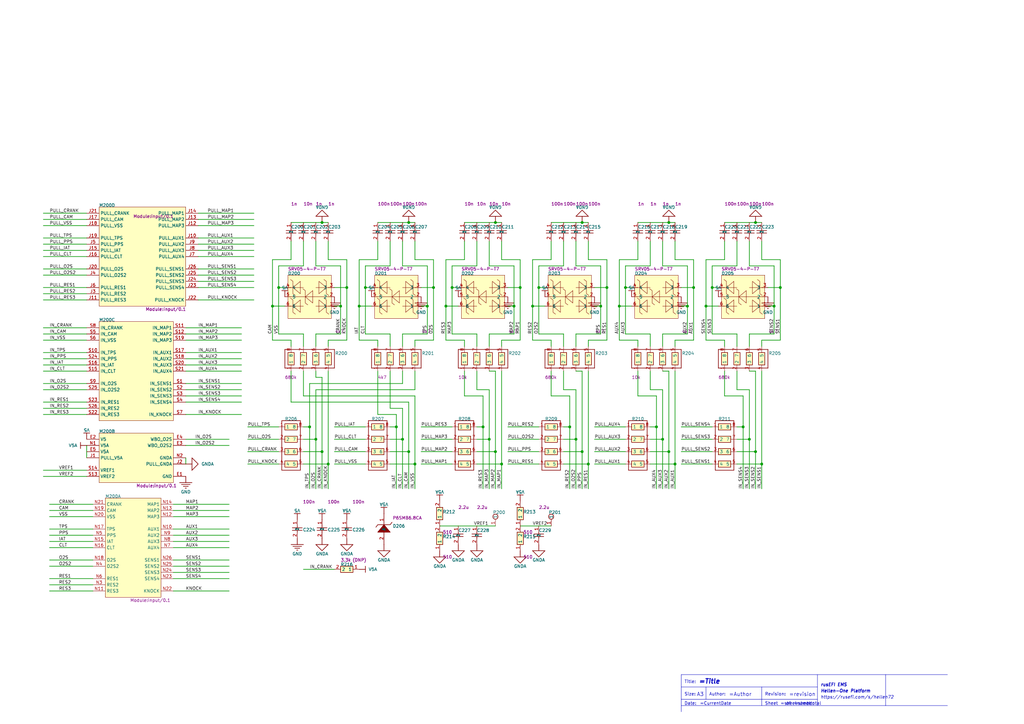
<source format=kicad_sch>
(kicad_sch (version 20210126) (generator eeschema)
  (paper "A3")
  (title_block (title "Hellen-One: Input") (rev "0.1"))
  (junction (at 111.76 125.5522) (diameter 1.016))
  (junction (at 114.3 117.9322) (diameter 1.016))
  (junction (at 127 175.0822) (diameter 1.016))
  (junction (at 129.54 180.1622) (diameter 1.016))
  (junction (at 132.08 91.2622) (diameter 1.016))
  (junction (at 132.08 185.2422) (diameter 1.016))
  (junction (at 134.62 190.3222) (diameter 1.016))
  (junction (at 139.7 125.5522) (diameter 1.016))
  (junction (at 142.24 117.9322) (diameter 1.016))
  (junction (at 147.32 125.5522) (diameter 1.016))
  (junction (at 149.86 117.9322) (diameter 1.016))
  (junction (at 162.56 175.0822) (diameter 1.016))
  (junction (at 165.1 180.1622) (diameter 1.016))
  (junction (at 167.64 91.2622) (diameter 1.016))
  (junction (at 167.64 185.2422) (diameter 1.016))
  (junction (at 170.18 190.3222) (diameter 1.016))
  (junction (at 175.26 125.5522) (diameter 1.016))
  (junction (at 177.8 117.9322) (diameter 1.016))
  (junction (at 182.88 125.5522) (diameter 1.016))
  (junction (at 185.42 117.9322) (diameter 1.016))
  (junction (at 198.12 175.0822) (diameter 1.016))
  (junction (at 200.66 180.1622) (diameter 1.016))
  (junction (at 203.2 91.2622) (diameter 1.016))
  (junction (at 203.2 185.2422) (diameter 1.016))
  (junction (at 205.74 190.3222) (diameter 1.016))
  (junction (at 210.82 125.5522) (diameter 1.016))
  (junction (at 213.36 117.9322) (diameter 1.016))
  (junction (at 218.44 125.5522) (diameter 1.016))
  (junction (at 220.98 117.9322) (diameter 1.016))
  (junction (at 233.68 175.0822) (diameter 1.016))
  (junction (at 236.22 180.1622) (diameter 1.016))
  (junction (at 238.76 91.2622) (diameter 1.016))
  (junction (at 238.76 185.2422) (diameter 1.016))
  (junction (at 241.3 190.3222) (diameter 1.016))
  (junction (at 246.38 125.5522) (diameter 1.016))
  (junction (at 248.92 117.9322) (diameter 1.016))
  (junction (at 254 125.5522) (diameter 1.016))
  (junction (at 256.54 117.9322) (diameter 1.016))
  (junction (at 269.24 175.0822) (diameter 1.016))
  (junction (at 271.78 180.1622) (diameter 1.016))
  (junction (at 274.32 91.2622) (diameter 1.016))
  (junction (at 274.32 185.2422) (diameter 1.016))
  (junction (at 276.86 190.3222) (diameter 1.016))
  (junction (at 281.94 125.5522) (diameter 1.016))
  (junction (at 284.48 117.9322) (diameter 1.016))
  (junction (at 289.56 125.5522) (diameter 1.016))
  (junction (at 292.1 117.9322) (diameter 1.016))
  (junction (at 304.8 175.0822) (diameter 1.016))
  (junction (at 307.34 180.1622) (diameter 1.016))
  (junction (at 309.88 91.2622) (diameter 1.016))
  (junction (at 309.88 185.2422) (diameter 1.016))
  (junction (at 312.42 190.3222) (diameter 1.016))
  (junction (at 317.5 125.5522) (diameter 1.016))
  (junction (at 320.04 117.9322) (diameter 1.016))
  (wire (pts (xy 35.56 87.4522) (xy 17.78 87.4522)) (stroke (width 0.254)))
  (wire (pts (xy 35.56 89.9922) (xy 17.78 89.9922)) (stroke (width 0.254)))
  (wire (pts (xy 35.56 92.5322) (xy 17.78 92.5322)) (stroke (width 0.254)))
  (wire (pts (xy 35.56 97.6122) (xy 17.78 97.6122)) (stroke (width 0.254)))
  (wire (pts (xy 35.56 100.1522) (xy 17.78 100.1522)) (stroke (width 0.254)))
  (wire (pts (xy 35.56 102.6922) (xy 17.78 102.6922)) (stroke (width 0.254)))
  (wire (pts (xy 35.56 105.2322) (xy 17.78 105.2322)) (stroke (width 0.254)))
  (wire (pts (xy 35.56 110.3122) (xy 17.78 110.3122)) (stroke (width 0.254)))
  (wire (pts (xy 35.56 112.8522) (xy 17.78 112.8522)) (stroke (width 0.254)))
  (wire (pts (xy 35.56 117.9322) (xy 17.78 117.9322)) (stroke (width 0.254)))
  (wire (pts (xy 35.56 120.4722) (xy 17.78 120.4722)) (stroke (width 0.254)))
  (wire (pts (xy 35.56 123.0122) (xy 17.78 123.0122)) (stroke (width 0.254)))
  (wire (pts (xy 35.56 134.4422) (xy 17.78 134.4422)) (stroke (width 0.254)))
  (wire (pts (xy 35.56 136.9822) (xy 17.78 136.9822)) (stroke (width 0.254)))
  (wire (pts (xy 35.56 139.5222) (xy 17.78 139.5222)) (stroke (width 0.254)))
  (wire (pts (xy 35.56 144.6022) (xy 17.78 144.6022)) (stroke (width 0.254)))
  (wire (pts (xy 35.56 147.1422) (xy 17.78 147.1422)) (stroke (width 0.254)))
  (wire (pts (xy 35.56 149.6822) (xy 17.78 149.6822)) (stroke (width 0.254)))
  (wire (pts (xy 35.56 152.2222) (xy 17.78 152.2222)) (stroke (width 0.254)))
  (wire (pts (xy 35.56 157.3022) (xy 17.78 157.3022)) (stroke (width 0.254)))
  (wire (pts (xy 35.56 159.8422) (xy 17.78 159.8422)) (stroke (width 0.254)))
  (wire (pts (xy 35.56 164.9222) (xy 17.78 164.9222)) (stroke (width 0.254)))
  (wire (pts (xy 35.56 167.4622) (xy 17.78 167.4622)) (stroke (width 0.254)))
  (wire (pts (xy 35.56 170.0022) (xy 17.78 170.0022)) (stroke (width 0.254)))
  (wire (pts (xy 35.56 182.7022) (xy 35.56 187.7822)) (stroke (width 0.254)))
  (wire (pts (xy 35.56 192.8622) (xy 17.78 192.8622)) (stroke (width 0.254)))
  (wire (pts (xy 35.56 195.4022) (xy 17.78 195.4022)) (stroke (width 0.254)))
  (wire (pts (xy 38.1 206.8322) (xy 20.32 206.8322)) (stroke (width 0.254)))
  (wire (pts (xy 38.1 209.3722) (xy 20.32 209.3722)) (stroke (width 0.254)))
  (wire (pts (xy 38.1 211.9122) (xy 20.32 211.9122)) (stroke (width 0.254)))
  (wire (pts (xy 38.1 216.9922) (xy 20.32 216.9922)) (stroke (width 0.254)))
  (wire (pts (xy 38.1 219.5322) (xy 20.32 219.5322)) (stroke (width 0.254)))
  (wire (pts (xy 38.1 222.0722) (xy 20.32 222.0722)) (stroke (width 0.254)))
  (wire (pts (xy 38.1 224.6122) (xy 20.32 224.6122)) (stroke (width 0.254)))
  (wire (pts (xy 38.1 229.6922) (xy 20.32 229.6922)) (stroke (width 0.254)))
  (wire (pts (xy 38.1 232.2322) (xy 20.32 232.2322)) (stroke (width 0.254)))
  (wire (pts (xy 38.1 237.3122) (xy 20.32 237.3122)) (stroke (width 0.254)))
  (wire (pts (xy 38.1 239.8522) (xy 20.32 239.8522)) (stroke (width 0.254)))
  (wire (pts (xy 38.1 242.3922) (xy 20.32 242.3922)) (stroke (width 0.254)))
  (wire (pts (xy 71.12 206.8322) (xy 93.98 206.8322)) (stroke (width 0.254)))
  (wire (pts (xy 71.12 209.3722) (xy 93.98 209.3722)) (stroke (width 0.254)))
  (wire (pts (xy 71.12 211.9122) (xy 93.98 211.9122)) (stroke (width 0.254)))
  (wire (pts (xy 71.12 216.9922) (xy 93.98 216.9922)) (stroke (width 0.254)))
  (wire (pts (xy 71.12 219.5322) (xy 93.98 219.5322)) (stroke (width 0.254)))
  (wire (pts (xy 71.12 222.0722) (xy 93.98 222.0722)) (stroke (width 0.254)))
  (wire (pts (xy 71.12 224.6122) (xy 93.98 224.6122)) (stroke (width 0.254)))
  (wire (pts (xy 71.12 229.6922) (xy 93.98 229.6922)) (stroke (width 0.254)))
  (wire (pts (xy 71.12 232.2322) (xy 93.98 232.2322)) (stroke (width 0.254)))
  (wire (pts (xy 71.12 234.7722) (xy 93.98 234.7722)) (stroke (width 0.254)))
  (wire (pts (xy 71.12 237.3122) (xy 93.98 237.3122)) (stroke (width 0.254)))
  (wire (pts (xy 71.12 242.3922) (xy 93.98 242.3922)) (stroke (width 0.254)))
  (wire (pts (xy 76.2 134.4422) (xy 99.06 134.4422)) (stroke (width 0.254)))
  (wire (pts (xy 76.2 136.9822) (xy 99.06 136.9822)) (stroke (width 0.254)))
  (wire (pts (xy 76.2 139.5222) (xy 99.06 139.5222)) (stroke (width 0.254)))
  (wire (pts (xy 76.2 144.6022) (xy 99.06 144.6022)) (stroke (width 0.254)))
  (wire (pts (xy 76.2 147.1422) (xy 99.06 147.1422)) (stroke (width 0.254)))
  (wire (pts (xy 76.2 149.6822) (xy 99.06 149.6822)) (stroke (width 0.254)))
  (wire (pts (xy 76.2 152.2222) (xy 99.06 152.2222)) (stroke (width 0.254)))
  (wire (pts (xy 76.2 157.3022) (xy 99.06 157.3022)) (stroke (width 0.254)))
  (wire (pts (xy 76.2 159.8422) (xy 99.06 159.8422)) (stroke (width 0.254)))
  (wire (pts (xy 76.2 162.3822) (xy 99.06 162.3822)) (stroke (width 0.254)))
  (wire (pts (xy 76.2 164.9222) (xy 99.06 164.9222)) (stroke (width 0.254)))
  (wire (pts (xy 76.2 170.0022) (xy 99.06 170.0022)) (stroke (width 0.254)))
  (wire (pts (xy 76.2 187.7822) (xy 76.2 190.3222)) (stroke (width 0.254)))
  (wire (pts (xy 81.28 87.4522) (xy 104.14 87.4522)) (stroke (width 0.254)))
  (wire (pts (xy 81.28 89.9922) (xy 104.14 89.9922)) (stroke (width 0.254)))
  (wire (pts (xy 81.28 92.5322) (xy 104.14 92.5322)) (stroke (width 0.254)))
  (wire (pts (xy 81.28 97.6122) (xy 104.14 97.6122)) (stroke (width 0.254)))
  (wire (pts (xy 81.28 100.1522) (xy 104.14 100.1522)) (stroke (width 0.254)))
  (wire (pts (xy 81.28 102.6922) (xy 104.14 102.6922)) (stroke (width 0.254)))
  (wire (pts (xy 81.28 105.2322) (xy 104.14 105.2322)) (stroke (width 0.254)))
  (wire (pts (xy 81.28 110.3122) (xy 104.14 110.3122)) (stroke (width 0.254)))
  (wire (pts (xy 81.28 112.8522) (xy 104.14 112.8522)) (stroke (width 0.254)))
  (wire (pts (xy 81.28 115.3922) (xy 104.14 115.3922)) (stroke (width 0.254)))
  (wire (pts (xy 81.28 117.9322) (xy 104.14 117.9322)) (stroke (width 0.254)))
  (wire (pts (xy 81.28 123.0122) (xy 104.14 123.0122)) (stroke (width 0.254)))
  (wire (pts (xy 93.98 180.1622) (xy 76.2 180.1622)) (stroke (width 0.254)))
  (wire (pts (xy 93.98 182.7022) (xy 76.2 182.7022)) (stroke (width 0.254)))
  (wire (pts (xy 111.76 106.5022) (xy 119.38 106.5022)) (stroke (width 0.254)))
  (wire (pts (xy 111.76 125.5522) (xy 111.76 106.5022)) (stroke (width 0.254)))
  (wire (pts (xy 111.76 139.5222) (xy 111.76 125.5522)) (stroke (width 0.254)))
  (wire (pts (xy 114.3 109.0422) (xy 124.46 109.0422)) (stroke (width 0.254)))
  (wire (pts (xy 114.3 117.9322) (xy 114.3 109.0422)) (stroke (width 0.254)))
  (wire (pts (xy 114.3 117.9322) (xy 116.84 117.9322)) (stroke (width 0.254)))
  (wire (pts (xy 114.3 136.9822) (xy 114.3 117.9322)) (stroke (width 0.254)))
  (wire (pts (xy 114.3 175.0822) (xy 101.6 175.0822)) (stroke (width 0.254)))
  (wire (pts (xy 114.3 180.1622) (xy 101.6 180.1622)) (stroke (width 0.254)))
  (wire (pts (xy 114.3 185.2422) (xy 101.6 185.2422)) (stroke (width 0.254)))
  (wire (pts (xy 114.3 190.3222) (xy 101.6 190.3222)) (stroke (width 0.254)))
  (wire (pts (xy 116.84 125.5522) (xy 111.76 125.5522)) (stroke (width 0.254)))
  (wire (pts (xy 119.38 91.2622) (xy 132.08 91.2622)) (stroke (width 0.254)))
  (wire (pts (xy 119.38 106.5022) (xy 119.38 98.8822)) (stroke (width 0.254)))
  (wire (pts (xy 119.38 139.5222) (xy 111.76 139.5222)) (stroke (width 0.254)))
  (wire (pts (xy 119.38 142.0622) (xy 119.38 139.5222)) (stroke (width 0.254)))
  (wire (pts (xy 119.38 152.2222) (xy 119.38 164.9222)) (stroke (width 0.254)))
  (wire (pts (xy 119.38 164.9222) (xy 167.64 164.9222)) (stroke (width 0.254)))
  (wire (pts (xy 124.46 109.0422) (xy 124.46 98.8822)) (stroke (width 0.254)))
  (wire (pts (xy 124.46 136.9822) (xy 114.3 136.9822)) (stroke (width 0.254)))
  (wire (pts (xy 124.46 142.0622) (xy 124.46 136.9822)) (stroke (width 0.254)))
  (wire (pts (xy 124.46 162.3822) (xy 124.46 152.2222)) (stroke (width 0.254)))
  (wire (pts (xy 124.46 175.0822) (xy 127 175.0822)) (stroke (width 0.254)))
  (wire (pts (xy 124.46 180.1622) (xy 129.54 180.1622)) (stroke (width 0.254)))
  (wire (pts (xy 124.46 185.2422) (xy 132.08 185.2422)) (stroke (width 0.254)))
  (wire (pts (xy 124.46 190.3222) (xy 134.62 190.3222)) (stroke (width 0.254)))
  (wire (pts (xy 124.46 233.5022) (xy 137.16 233.5022)) (stroke (width 0.254)))
  (wire (pts (xy 127 157.3022) (xy 165.1 157.3022)) (stroke (width 0.254)))
  (wire (pts (xy 127 175.0822) (xy 127 157.3022)) (stroke (width 0.254)))
  (wire (pts (xy 127 200.4822) (xy 127 175.0822)) (stroke (width 0.254)))
  (wire (pts (xy 129.54 109.0422) (xy 129.54 98.8822)) (stroke (width 0.254)))
  (wire (pts (xy 129.54 136.9822) (xy 139.7 136.9822)) (stroke (width 0.254)))
  (wire (pts (xy 129.54 142.0622) (xy 129.54 136.9822)) (stroke (width 0.254)))
  (wire (pts (xy 129.54 152.2222) (xy 129.54 154.7622)) (stroke (width 0.254)))
  (wire (pts (xy 129.54 154.7622) (xy 132.08 154.7622)) (stroke (width 0.254)))
  (wire (pts (xy 129.54 159.8422) (xy 170.18 159.8422)) (stroke (width 0.254)))
  (wire (pts (xy 129.54 180.1622) (xy 129.54 159.8422)) (stroke (width 0.254)))
  (wire (pts (xy 129.54 200.4822) (xy 129.54 180.1622)) (stroke (width 0.254)))
  (wire (pts (xy 132.08 91.2622) (xy 134.62 91.2622)) (stroke (width 0.254)))
  (wire (pts (xy 132.08 154.7622) (xy 132.08 185.2422)) (stroke (width 0.254)))
  (wire (pts (xy 132.08 185.2422) (xy 132.08 200.4822)) (stroke (width 0.254)))
  (wire (pts (xy 134.62 98.8822) (xy 134.62 106.5022)) (stroke (width 0.254)))
  (wire (pts (xy 134.62 106.5022) (xy 142.24 106.5022)) (stroke (width 0.254)))
  (wire (pts (xy 134.62 139.5222) (xy 142.24 139.5222)) (stroke (width 0.254)))
  (wire (pts (xy 134.62 142.0622) (xy 134.62 139.5222)) (stroke (width 0.254)))
  (wire (pts (xy 134.62 190.3222) (xy 134.62 152.2222)) (stroke (width 0.254)))
  (wire (pts (xy 134.62 200.4822) (xy 134.62 190.3222)) (stroke (width 0.254)))
  (wire (pts (xy 137.16 125.5522) (xy 139.7 125.5522)) (stroke (width 0.254)))
  (wire (pts (xy 139.7 109.0422) (xy 129.54 109.0422)) (stroke (width 0.254)))
  (wire (pts (xy 139.7 125.5522) (xy 139.7 109.0422)) (stroke (width 0.254)))
  (wire (pts (xy 139.7 136.9822) (xy 139.7 125.5522)) (stroke (width 0.254)))
  (wire (pts (xy 142.24 106.5022) (xy 142.24 117.9322)) (stroke (width 0.254)))
  (wire (pts (xy 142.24 117.9322) (xy 137.16 117.9322)) (stroke (width 0.254)))
  (wire (pts (xy 142.24 139.5222) (xy 142.24 117.9322)) (stroke (width 0.254)))
  (wire (pts (xy 147.32 106.5022) (xy 154.94 106.5022)) (stroke (width 0.254)))
  (wire (pts (xy 147.32 125.5522) (xy 147.32 106.5022)) (stroke (width 0.254)))
  (wire (pts (xy 147.32 139.5222) (xy 147.32 125.5522)) (stroke (width 0.254)))
  (wire (pts (xy 149.86 109.0422) (xy 160.02 109.0422)) (stroke (width 0.254)))
  (wire (pts (xy 149.86 117.9322) (xy 149.86 109.0422)) (stroke (width 0.254)))
  (wire (pts (xy 149.86 117.9322) (xy 152.4 117.9322)) (stroke (width 0.254)))
  (wire (pts (xy 149.86 136.9822) (xy 149.86 117.9322)) (stroke (width 0.254)))
  (wire (pts (xy 149.86 175.0822) (xy 137.16 175.0822)) (stroke (width 0.254)))
  (wire (pts (xy 149.86 180.1622) (xy 137.16 180.1622)) (stroke (width 0.254)))
  (wire (pts (xy 149.86 185.2422) (xy 137.16 185.2422)) (stroke (width 0.254)))
  (wire (pts (xy 149.86 190.3222) (xy 137.16 190.3222)) (stroke (width 0.254)))
  (wire (pts (xy 152.4 125.5522) (xy 147.32 125.5522)) (stroke (width 0.254)))
  (wire (pts (xy 154.94 91.2622) (xy 167.64 91.2622)) (stroke (width 0.254)))
  (wire (pts (xy 154.94 106.5022) (xy 154.94 98.8822)) (stroke (width 0.254)))
  (wire (pts (xy 154.94 139.5222) (xy 147.32 139.5222)) (stroke (width 0.254)))
  (wire (pts (xy 154.94 142.0622) (xy 154.94 139.5222)) (stroke (width 0.254)))
  (wire (pts (xy 154.94 152.2222) (xy 154.94 170.0022)) (stroke (width 0.254)))
  (wire (pts (xy 154.94 170.0022) (xy 162.56 170.0022)) (stroke (width 0.254)))
  (wire (pts (xy 160.02 109.0422) (xy 160.02 98.8822)) (stroke (width 0.254)))
  (wire (pts (xy 160.02 136.9822) (xy 149.86 136.9822)) (stroke (width 0.254)))
  (wire (pts (xy 160.02 142.0622) (xy 160.02 136.9822)) (stroke (width 0.254)))
  (wire (pts (xy 160.02 167.4622) (xy 160.02 152.2222)) (stroke (width 0.254)))
  (wire (pts (xy 160.02 175.0822) (xy 162.56 175.0822)) (stroke (width 0.254)))
  (wire (pts (xy 160.02 180.1622) (xy 165.1 180.1622)) (stroke (width 0.254)))
  (wire (pts (xy 160.02 185.2422) (xy 167.64 185.2422)) (stroke (width 0.254)))
  (wire (pts (xy 160.02 190.3222) (xy 170.18 190.3222)) (stroke (width 0.254)))
  (wire (pts (xy 162.56 170.0022) (xy 162.56 175.0822)) (stroke (width 0.254)))
  (wire (pts (xy 162.56 175.0822) (xy 162.56 200.4822)) (stroke (width 0.254)))
  (wire (pts (xy 165.1 109.0422) (xy 165.1 98.8822)) (stroke (width 0.254)))
  (wire (pts (xy 165.1 136.9822) (xy 175.26 136.9822)) (stroke (width 0.254)))
  (wire (pts (xy 165.1 142.0622) (xy 165.1 136.9822)) (stroke (width 0.254)))
  (wire (pts (xy 165.1 157.3022) (xy 165.1 152.2222)) (stroke (width 0.254)))
  (wire (pts (xy 165.1 167.4622) (xy 160.02 167.4622)) (stroke (width 0.254)))
  (wire (pts (xy 165.1 180.1622) (xy 165.1 167.4622)) (stroke (width 0.254)))
  (wire (pts (xy 165.1 200.4822) (xy 165.1 180.1622)) (stroke (width 0.254)))
  (wire (pts (xy 167.64 91.2622) (xy 170.18 91.2622)) (stroke (width 0.254)))
  (wire (pts (xy 167.64 164.9222) (xy 167.64 185.2422)) (stroke (width 0.254)))
  (wire (pts (xy 167.64 185.2422) (xy 167.64 200.4822)) (stroke (width 0.254)))
  (wire (pts (xy 170.18 98.8822) (xy 170.18 106.5022)) (stroke (width 0.254)))
  (wire (pts (xy 170.18 106.5022) (xy 177.8 106.5022)) (stroke (width 0.254)))
  (wire (pts (xy 170.18 139.5222) (xy 177.8 139.5222)) (stroke (width 0.254)))
  (wire (pts (xy 170.18 142.0622) (xy 170.18 139.5222)) (stroke (width 0.254)))
  (wire (pts (xy 170.18 159.8422) (xy 170.18 152.2222)) (stroke (width 0.254)))
  (wire (pts (xy 170.18 162.3822) (xy 124.46 162.3822)) (stroke (width 0.254)))
  (wire (pts (xy 170.18 190.3222) (xy 170.18 162.3822)) (stroke (width 0.254)))
  (wire (pts (xy 170.18 200.4822) (xy 170.18 190.3222)) (stroke (width 0.254)))
  (wire (pts (xy 175.26 109.0422) (xy 165.1 109.0422)) (stroke (width 0.254)))
  (wire (pts (xy 175.26 125.5522) (xy 172.72 125.5522)) (stroke (width 0.254)))
  (wire (pts (xy 175.26 125.5522) (xy 175.26 109.0422)) (stroke (width 0.254)))
  (wire (pts (xy 175.26 136.9822) (xy 175.26 125.5522)) (stroke (width 0.254)))
  (wire (pts (xy 177.8 106.5022) (xy 177.8 117.9322)) (stroke (width 0.254)))
  (wire (pts (xy 177.8 117.9322) (xy 172.72 117.9322)) (stroke (width 0.254)))
  (wire (pts (xy 177.8 139.5222) (xy 177.8 117.9322)) (stroke (width 0.254)))
  (wire (pts (xy 180.34 215.7222) (xy 203.2 215.7222)) (stroke (width 0.254)))
  (wire (pts (xy 182.88 106.5022) (xy 190.5 106.5022)) (stroke (width 0.254)))
  (wire (pts (xy 182.88 125.5522) (xy 182.88 106.5022)) (stroke (width 0.254)))
  (wire (pts (xy 182.88 139.5222) (xy 182.88 125.5522)) (stroke (width 0.254)))
  (wire (pts (xy 185.42 109.0422) (xy 195.58 109.0422)) (stroke (width 0.254)))
  (wire (pts (xy 185.42 117.9322) (xy 185.42 109.0422)) (stroke (width 0.254)))
  (wire (pts (xy 185.42 117.9322) (xy 187.96 117.9322)) (stroke (width 0.254)))
  (wire (pts (xy 185.42 136.9822) (xy 185.42 117.9322)) (stroke (width 0.254)))
  (wire (pts (xy 185.42 175.0822) (xy 172.72 175.0822)) (stroke (width 0.254)))
  (wire (pts (xy 185.42 180.1622) (xy 172.72 180.1622)) (stroke (width 0.254)))
  (wire (pts (xy 185.42 185.2422) (xy 172.72 185.2422)) (stroke (width 0.254)))
  (wire (pts (xy 185.42 190.3222) (xy 172.72 190.3222)) (stroke (width 0.254)))
  (wire (pts (xy 187.96 125.5522) (xy 182.88 125.5522)) (stroke (width 0.254)))
  (wire (pts (xy 190.5 91.2622) (xy 203.2 91.2622)) (stroke (width 0.254)))
  (wire (pts (xy 190.5 106.5022) (xy 190.5 98.8822)) (stroke (width 0.254)))
  (wire (pts (xy 190.5 139.5222) (xy 182.88 139.5222)) (stroke (width 0.254)))
  (wire (pts (xy 190.5 142.0622) (xy 190.5 139.5222)) (stroke (width 0.254)))
  (wire (pts (xy 190.5 162.3822) (xy 190.5 152.2222)) (stroke (width 0.254)))
  (wire (pts (xy 195.58 109.0422) (xy 195.58 98.8822)) (stroke (width 0.254)))
  (wire (pts (xy 195.58 136.9822) (xy 185.42 136.9822)) (stroke (width 0.254)))
  (wire (pts (xy 195.58 142.0622) (xy 195.58 136.9822)) (stroke (width 0.254)))
  (wire (pts (xy 195.58 159.8422) (xy 195.58 152.2222)) (stroke (width 0.254)))
  (wire (pts (xy 195.58 175.0822) (xy 198.12 175.0822)) (stroke (width 0.254)))
  (wire (pts (xy 195.58 180.1622) (xy 200.66 180.1622)) (stroke (width 0.254)))
  (wire (pts (xy 195.58 185.2422) (xy 203.2 185.2422)) (stroke (width 0.254)))
  (wire (pts (xy 195.58 190.3222) (xy 205.74 190.3222)) (stroke (width 0.254)))
  (wire (pts (xy 198.12 162.3822) (xy 190.5 162.3822)) (stroke (width 0.254)))
  (wire (pts (xy 198.12 175.0822) (xy 198.12 162.3822)) (stroke (width 0.254)))
  (wire (pts (xy 198.12 175.0822) (xy 198.12 200.4822)) (stroke (width 0.254)))
  (wire (pts (xy 200.66 109.0422) (xy 200.66 98.8822)) (stroke (width 0.254)))
  (wire (pts (xy 200.66 136.9822) (xy 210.82 136.9822)) (stroke (width 0.254)))
  (wire (pts (xy 200.66 142.0622) (xy 200.66 136.9822)) (stroke (width 0.254)))
  (wire (pts (xy 200.66 159.8422) (xy 195.58 159.8422)) (stroke (width 0.254)))
  (wire (pts (xy 200.66 180.1622) (xy 200.66 159.8422)) (stroke (width 0.254)))
  (wire (pts (xy 200.66 200.4822) (xy 200.66 180.1622)) (stroke (width 0.254)))
  (wire (pts (xy 203.2 91.2622) (xy 205.74 91.2622)) (stroke (width 0.254)))
  (wire (pts (xy 203.2 152.2222) (xy 200.66 152.2222)) (stroke (width 0.254)))
  (wire (pts (xy 203.2 185.2422) (xy 203.2 152.2222)) (stroke (width 0.254)))
  (wire (pts (xy 203.2 200.4822) (xy 203.2 185.2422)) (stroke (width 0.254)))
  (wire (pts (xy 205.74 98.8822) (xy 205.74 106.5022)) (stroke (width 0.254)))
  (wire (pts (xy 205.74 106.5022) (xy 213.36 106.5022)) (stroke (width 0.254)))
  (wire (pts (xy 205.74 139.5222) (xy 213.36 139.5222)) (stroke (width 0.254)))
  (wire (pts (xy 205.74 142.0622) (xy 205.74 139.5222)) (stroke (width 0.254)))
  (wire (pts (xy 205.74 190.3222) (xy 205.74 152.2222)) (stroke (width 0.254)))
  (wire (pts (xy 205.74 200.4822) (xy 205.74 190.3222)) (stroke (width 0.254)))
  (wire (pts (xy 208.28 125.5522) (xy 210.82 125.5522)) (stroke (width 0.254)))
  (wire (pts (xy 210.82 109.0422) (xy 200.66 109.0422)) (stroke (width 0.254)))
  (wire (pts (xy 210.82 125.5522) (xy 210.82 109.0422)) (stroke (width 0.254)))
  (wire (pts (xy 210.82 136.9822) (xy 210.82 125.5522)) (stroke (width 0.254)))
  (wire (pts (xy 213.36 106.5022) (xy 213.36 117.9322)) (stroke (width 0.254)))
  (wire (pts (xy 213.36 117.9322) (xy 208.28 117.9322)) (stroke (width 0.254)))
  (wire (pts (xy 213.36 139.5222) (xy 213.36 117.9322)) (stroke (width 0.254)))
  (wire (pts (xy 213.36 215.7222) (xy 226.06 215.7222)) (stroke (width 0.254)))
  (wire (pts (xy 218.44 106.5022) (xy 226.06 106.5022)) (stroke (width 0.254)))
  (wire (pts (xy 218.44 125.5522) (xy 218.44 106.5022)) (stroke (width 0.254)))
  (wire (pts (xy 218.44 139.5222) (xy 218.44 125.5522)) (stroke (width 0.254)))
  (wire (pts (xy 220.98 109.0422) (xy 231.14 109.0422)) (stroke (width 0.254)))
  (wire (pts (xy 220.98 117.9322) (xy 220.98 109.0422)) (stroke (width 0.254)))
  (wire (pts (xy 220.98 117.9322) (xy 223.52 117.9322)) (stroke (width 0.254)))
  (wire (pts (xy 220.98 136.9822) (xy 220.98 117.9322)) (stroke (width 0.254)))
  (wire (pts (xy 220.98 175.0822) (xy 208.28 175.0822)) (stroke (width 0.254)))
  (wire (pts (xy 220.98 180.1622) (xy 208.28 180.1622)) (stroke (width 0.254)))
  (wire (pts (xy 220.98 185.2422) (xy 208.28 185.2422)) (stroke (width 0.254)))
  (wire (pts (xy 220.98 190.3222) (xy 208.28 190.3222)) (stroke (width 0.254)))
  (wire (pts (xy 223.52 125.5522) (xy 218.44 125.5522)) (stroke (width 0.254)))
  (wire (pts (xy 226.06 91.2622) (xy 238.76 91.2622)) (stroke (width 0.254)))
  (wire (pts (xy 226.06 106.5022) (xy 226.06 98.8822)) (stroke (width 0.254)))
  (wire (pts (xy 226.06 139.5222) (xy 218.44 139.5222)) (stroke (width 0.254)))
  (wire (pts (xy 226.06 142.0622) (xy 226.06 139.5222)) (stroke (width 0.254)))
  (wire (pts (xy 226.06 162.3822) (xy 226.06 152.2222)) (stroke (width 0.254)))
  (wire (pts (xy 231.14 109.0422) (xy 231.14 98.8822)) (stroke (width 0.254)))
  (wire (pts (xy 231.14 136.9822) (xy 220.98 136.9822)) (stroke (width 0.254)))
  (wire (pts (xy 231.14 142.0622) (xy 231.14 136.9822)) (stroke (width 0.254)))
  (wire (pts (xy 231.14 159.8422) (xy 231.14 152.2222)) (stroke (width 0.254)))
  (wire (pts (xy 231.14 175.0822) (xy 233.68 175.0822)) (stroke (width 0.254)))
  (wire (pts (xy 231.14 180.1622) (xy 236.22 180.1622)) (stroke (width 0.254)))
  (wire (pts (xy 231.14 185.2422) (xy 238.76 185.2422)) (stroke (width 0.254)))
  (wire (pts (xy 231.14 190.3222) (xy 241.3 190.3222)) (stroke (width 0.254)))
  (wire (pts (xy 233.68 162.3822) (xy 226.06 162.3822)) (stroke (width 0.254)))
  (wire (pts (xy 233.68 175.0822) (xy 233.68 162.3822)) (stroke (width 0.254)))
  (wire (pts (xy 233.68 200.4822) (xy 233.68 175.0822)) (stroke (width 0.254)))
  (wire (pts (xy 236.22 109.0422) (xy 236.22 98.8822)) (stroke (width 0.254)))
  (wire (pts (xy 236.22 136.9822) (xy 246.38 136.9822)) (stroke (width 0.254)))
  (wire (pts (xy 236.22 142.0622) (xy 236.22 136.9822)) (stroke (width 0.254)))
  (wire (pts (xy 236.22 159.8422) (xy 231.14 159.8422)) (stroke (width 0.254)))
  (wire (pts (xy 236.22 180.1622) (xy 236.22 159.8422)) (stroke (width 0.254)))
  (wire (pts (xy 236.22 200.4822) (xy 236.22 180.1622)) (stroke (width 0.254)))
  (wire (pts (xy 238.76 91.2622) (xy 241.3 91.2622)) (stroke (width 0.254)))
  (wire (pts (xy 238.76 152.2222) (xy 236.22 152.2222)) (stroke (width 0.254)))
  (wire (pts (xy 238.76 185.2422) (xy 238.76 152.2222)) (stroke (width 0.254)))
  (wire (pts (xy 238.76 200.4822) (xy 238.76 185.2422)) (stroke (width 0.254)))
  (wire (pts (xy 241.3 98.8822) (xy 241.3 106.5022)) (stroke (width 0.254)))
  (wire (pts (xy 241.3 106.5022) (xy 248.92 106.5022)) (stroke (width 0.254)))
  (wire (pts (xy 241.3 139.5222) (xy 248.92 139.5222)) (stroke (width 0.254)))
  (wire (pts (xy 241.3 142.0622) (xy 241.3 139.5222)) (stroke (width 0.254)))
  (wire (pts (xy 241.3 190.3222) (xy 241.3 152.2222)) (stroke (width 0.254)))
  (wire (pts (xy 241.3 200.4822) (xy 241.3 190.3222)) (stroke (width 0.254)))
  (wire (pts (xy 243.84 125.5522) (xy 246.38 125.5522)) (stroke (width 0.254)))
  (wire (pts (xy 246.38 109.0422) (xy 236.22 109.0422)) (stroke (width 0.254)))
  (wire (pts (xy 246.38 125.5522) (xy 246.38 109.0422)) (stroke (width 0.254)))
  (wire (pts (xy 246.38 136.9822) (xy 246.38 125.5522)) (stroke (width 0.254)))
  (wire (pts (xy 248.92 106.5022) (xy 248.92 117.9322)) (stroke (width 0.254)))
  (wire (pts (xy 248.92 117.9322) (xy 243.84 117.9322)) (stroke (width 0.254)))
  (wire (pts (xy 248.92 139.5222) (xy 248.92 117.9322)) (stroke (width 0.254)))
  (wire (pts (xy 254 106.5022) (xy 261.62 106.5022)) (stroke (width 0.254)))
  (wire (pts (xy 254 125.5522) (xy 254 106.5022)) (stroke (width 0.254)))
  (wire (pts (xy 254 139.5222) (xy 254 125.5522)) (stroke (width 0.254)))
  (wire (pts (xy 256.54 109.0422) (xy 266.7 109.0422)) (stroke (width 0.254)))
  (wire (pts (xy 256.54 117.9322) (xy 256.54 109.0422)) (stroke (width 0.254)))
  (wire (pts (xy 256.54 117.9322) (xy 259.08 117.9322)) (stroke (width 0.254)))
  (wire (pts (xy 256.54 136.9822) (xy 256.54 117.9322)) (stroke (width 0.254)))
  (wire (pts (xy 256.54 175.0822) (xy 243.84 175.0822)) (stroke (width 0.254)))
  (wire (pts (xy 256.54 180.1622) (xy 243.84 180.1622)) (stroke (width 0.254)))
  (wire (pts (xy 256.54 185.2422) (xy 243.84 185.2422)) (stroke (width 0.254)))
  (wire (pts (xy 256.54 190.3222) (xy 243.84 190.3222)) (stroke (width 0.254)))
  (wire (pts (xy 259.08 125.5522) (xy 254 125.5522)) (stroke (width 0.254)))
  (wire (pts (xy 261.62 91.2622) (xy 274.32 91.2622)) (stroke (width 0.254)))
  (wire (pts (xy 261.62 106.5022) (xy 261.62 98.8822)) (stroke (width 0.254)))
  (wire (pts (xy 261.62 139.5222) (xy 254 139.5222)) (stroke (width 0.254)))
  (wire (pts (xy 261.62 142.0622) (xy 261.62 139.5222)) (stroke (width 0.254)))
  (wire (pts (xy 261.62 162.3822) (xy 261.62 152.2222)) (stroke (width 0.254)))
  (wire (pts (xy 266.7 109.0422) (xy 266.7 98.8822)) (stroke (width 0.254)))
  (wire (pts (xy 266.7 136.9822) (xy 256.54 136.9822)) (stroke (width 0.254)))
  (wire (pts (xy 266.7 142.0622) (xy 266.7 136.9822)) (stroke (width 0.254)))
  (wire (pts (xy 266.7 159.8422) (xy 266.7 152.2222)) (stroke (width 0.254)))
  (wire (pts (xy 266.7 175.0822) (xy 269.24 175.0822)) (stroke (width 0.254)))
  (wire (pts (xy 266.7 180.1622) (xy 271.78 180.1622)) (stroke (width 0.254)))
  (wire (pts (xy 266.7 185.2422) (xy 274.32 185.2422)) (stroke (width 0.254)))
  (wire (pts (xy 266.7 190.3222) (xy 276.86 190.3222)) (stroke (width 0.254)))
  (wire (pts (xy 269.24 162.3822) (xy 261.62 162.3822)) (stroke (width 0.254)))
  (wire (pts (xy 269.24 175.0822) (xy 269.24 162.3822)) (stroke (width 0.254)))
  (wire (pts (xy 269.24 200.4822) (xy 269.24 175.0822)) (stroke (width 0.254)))
  (wire (pts (xy 271.78 109.0422) (xy 271.78 98.8822)) (stroke (width 0.254)))
  (wire (pts (xy 271.78 136.9822) (xy 281.94 136.9822)) (stroke (width 0.254)))
  (wire (pts (xy 271.78 142.0622) (xy 271.78 136.9822)) (stroke (width 0.254)))
  (wire (pts (xy 271.78 159.8422) (xy 266.7 159.8422)) (stroke (width 0.254)))
  (wire (pts (xy 271.78 180.1622) (xy 271.78 159.8422)) (stroke (width 0.254)))
  (wire (pts (xy 271.78 200.4822) (xy 271.78 180.1622)) (stroke (width 0.254)))
  (wire (pts (xy 274.32 91.2622) (xy 276.86 91.2622)) (stroke (width 0.254)))
  (wire (pts (xy 274.32 152.2222) (xy 271.78 152.2222)) (stroke (width 0.254)))
  (wire (pts (xy 274.32 185.2422) (xy 274.32 152.2222)) (stroke (width 0.254)))
  (wire (pts (xy 274.32 200.4822) (xy 274.32 185.2422)) (stroke (width 0.254)))
  (wire (pts (xy 276.86 98.8822) (xy 276.86 106.5022)) (stroke (width 0.254)))
  (wire (pts (xy 276.86 106.5022) (xy 284.48 106.5022)) (stroke (width 0.254)))
  (wire (pts (xy 276.86 139.5222) (xy 284.48 139.5222)) (stroke (width 0.254)))
  (wire (pts (xy 276.86 142.0622) (xy 276.86 139.5222)) (stroke (width 0.254)))
  (wire (pts (xy 276.86 190.3222) (xy 276.86 152.2222)) (stroke (width 0.254)))
  (wire (pts (xy 276.86 200.4822) (xy 276.86 190.3222)) (stroke (width 0.254)))
  (wire (pts (xy 281.94 109.0422) (xy 271.78 109.0422)) (stroke (width 0.254)))
  (wire (pts (xy 281.94 125.5522) (xy 279.4 125.5522)) (stroke (width 0.254)))
  (wire (pts (xy 281.94 125.5522) (xy 281.94 109.0422)) (stroke (width 0.254)))
  (wire (pts (xy 281.94 136.9822) (xy 281.94 125.5522)) (stroke (width 0.254)))
  (wire (pts (xy 284.48 106.5022) (xy 284.48 117.9322)) (stroke (width 0.254)))
  (wire (pts (xy 284.48 117.9322) (xy 279.4 117.9322)) (stroke (width 0.254)))
  (wire (pts (xy 284.48 139.5222) (xy 284.48 117.9322)) (stroke (width 0.254)))
  (wire (pts (xy 289.56 106.5022) (xy 297.18 106.5022)) (stroke (width 0.254)))
  (wire (pts (xy 289.56 125.5522) (xy 289.56 106.5022)) (stroke (width 0.254)))
  (wire (pts (xy 289.56 139.5222) (xy 289.56 125.5522)) (stroke (width 0.254)))
  (wire (pts (xy 292.1 109.0422) (xy 302.26 109.0422)) (stroke (width 0.254)))
  (wire (pts (xy 292.1 117.9322) (xy 292.1 109.0422)) (stroke (width 0.254)))
  (wire (pts (xy 292.1 117.9322) (xy 294.64 117.9322)) (stroke (width 0.254)))
  (wire (pts (xy 292.1 136.9822) (xy 292.1 117.9322)) (stroke (width 0.254)))
  (wire (pts (xy 292.1 175.0822) (xy 279.4 175.0822)) (stroke (width 0.254)))
  (wire (pts (xy 292.1 180.1622) (xy 279.4 180.1622)) (stroke (width 0.254)))
  (wire (pts (xy 292.1 185.2422) (xy 279.4 185.2422)) (stroke (width 0.254)))
  (wire (pts (xy 292.1 190.3222) (xy 279.4 190.3222)) (stroke (width 0.254)))
  (wire (pts (xy 294.64 125.5522) (xy 289.56 125.5522)) (stroke (width 0.254)))
  (wire (pts (xy 297.18 91.2622) (xy 309.88 91.2622)) (stroke (width 0.254)))
  (wire (pts (xy 297.18 106.5022) (xy 297.18 98.8822)) (stroke (width 0.254)))
  (wire (pts (xy 297.18 139.5222) (xy 289.56 139.5222)) (stroke (width 0.254)))
  (wire (pts (xy 297.18 142.0622) (xy 297.18 139.5222)) (stroke (width 0.254)))
  (wire (pts (xy 297.18 162.3822) (xy 297.18 152.2222)) (stroke (width 0.254)))
  (wire (pts (xy 302.26 109.0422) (xy 302.26 98.8822)) (stroke (width 0.254)))
  (wire (pts (xy 302.26 136.9822) (xy 292.1 136.9822)) (stroke (width 0.254)))
  (wire (pts (xy 302.26 142.0622) (xy 302.26 136.9822)) (stroke (width 0.254)))
  (wire (pts (xy 302.26 159.8422) (xy 302.26 152.2222)) (stroke (width 0.254)))
  (wire (pts (xy 302.26 175.0822) (xy 304.8 175.0822)) (stroke (width 0.254)))
  (wire (pts (xy 302.26 180.1622) (xy 307.34 180.1622)) (stroke (width 0.254)))
  (wire (pts (xy 302.26 185.2422) (xy 309.88 185.2422)) (stroke (width 0.254)))
  (wire (pts (xy 302.26 190.3222) (xy 312.42 190.3222)) (stroke (width 0.254)))
  (wire (pts (xy 304.8 162.3822) (xy 297.18 162.3822)) (stroke (width 0.254)))
  (wire (pts (xy 304.8 175.0822) (xy 304.8 162.3822)) (stroke (width 0.254)))
  (wire (pts (xy 304.8 200.4822) (xy 304.8 175.0822)) (stroke (width 0.254)))
  (wire (pts (xy 307.34 109.0422) (xy 307.34 98.8822)) (stroke (width 0.254)))
  (wire (pts (xy 307.34 136.9822) (xy 317.5 136.9822)) (stroke (width 0.254)))
  (wire (pts (xy 307.34 142.0622) (xy 307.34 136.9822)) (stroke (width 0.254)))
  (wire (pts (xy 307.34 159.8422) (xy 302.26 159.8422)) (stroke (width 0.254)))
  (wire (pts (xy 307.34 180.1622) (xy 307.34 159.8422)) (stroke (width 0.254)))
  (wire (pts (xy 307.34 200.4822) (xy 307.34 180.1622)) (stroke (width 0.254)))
  (wire (pts (xy 309.88 91.2622) (xy 312.42 91.2622)) (stroke (width 0.254)))
  (wire (pts (xy 309.88 152.2222) (xy 307.34 152.2222)) (stroke (width 0.254)))
  (wire (pts (xy 309.88 185.2422) (xy 309.88 152.2222)) (stroke (width 0.254)))
  (wire (pts (xy 309.88 200.4822) (xy 309.88 185.2422)) (stroke (width 0.254)))
  (wire (pts (xy 312.42 98.8822) (xy 312.42 106.5022)) (stroke (width 0.254)))
  (wire (pts (xy 312.42 106.5022) (xy 320.04 106.5022)) (stroke (width 0.254)))
  (wire (pts (xy 312.42 139.5222) (xy 320.04 139.5222)) (stroke (width 0.254)))
  (wire (pts (xy 312.42 142.0622) (xy 312.42 139.5222)) (stroke (width 0.254)))
  (wire (pts (xy 312.42 190.3222) (xy 312.42 152.2222)) (stroke (width 0.254)))
  (wire (pts (xy 312.42 200.4822) (xy 312.42 190.3222)) (stroke (width 0.254)))
  (wire (pts (xy 317.5 109.0422) (xy 307.34 109.0422)) (stroke (width 0.254)))
  (wire (pts (xy 317.5 125.5522) (xy 314.96 125.5522)) (stroke (width 0.254)))
  (wire (pts (xy 317.5 125.5522) (xy 317.5 109.0422)) (stroke (width 0.254)))
  (wire (pts (xy 317.5 136.9822) (xy 317.5 125.5522)) (stroke (width 0.254)))
  (wire (pts (xy 320.04 106.5022) (xy 320.04 117.9322)) (stroke (width 0.254)))
  (wire (pts (xy 320.04 117.9322) (xy 314.96 117.9322)) (stroke (width 0.254)))
  (wire (pts (xy 320.04 139.5222) (xy 320.04 117.9322)) (stroke (width 0.254)))
  (polyline (pts (xy 279.4 276.6822) (xy 279.4 291.9222)) (stroke (width 0) (type solid)))
  (polyline (pts (xy 279.4 281.7622) (xy 335.28 281.7622)) (stroke (width 0) (type solid)))
  (polyline (pts (xy 279.4 286.8422) (xy 335.28 286.8422)) (stroke (width 0) (type solid)))
  (polyline (pts (xy 289.56 281.7622) (xy 289.56 286.8422)) (stroke (width 0) (type solid)))
  (polyline (pts (xy 312.42 281.7622) (xy 312.42 289.3822)) (stroke (width 0) (type solid)))
  (polyline (pts (xy 335.28 276.6822) (xy 335.28 289.3822)) (stroke (width 0) (type solid)))
  (polyline (pts (xy 363.22 276.6822) (xy 279.4 276.6822)) (stroke (width 0) (type solid)))
  (polyline (pts (xy 363.22 276.6822) (xy 363.22 289.3822)) (stroke (width 0) (type solid)))
  (polyline (pts (xy 363.22 289.3822) (xy 279.4 289.3822)) (stroke (width 0) (type solid)))
  (polyline (pts (xy 363.22 289.3822) (xy 388.62 289.3822)) (stroke (width 0) (type solid)))
  (polyline (pts (xy 388.62 276.6822) (xy 363.22 276.6822)) (stroke (width 0) (type solid)))
  (text "Title:" (at 280.67 280.4922 180) (effects (font (size 1.27 1.27)) (justify left bottom)))
  (text "Size:" (at 280.67 285.5722 180) (effects (font (size 1.27 1.27)) (justify left bottom)))
  (text "Date:" (at 280.67 289.3822 180) (effects (font (size 1.27 1.27)) (justify left bottom)))
  (text "A3" (at 285.75 285.8262 180) (effects (font (size 1.524 1.524)) (justify left bottom)))
  (text "=Title" (at 286.512 280.7462 180) (effects (font (size 1.905 1.905) bold italic) (justify left bottom)))
  (text "=CurrentDate" (at 287.02 289.3822 180) (effects (font (size 1.27 1.27)) (justify left bottom)))
  (text "Author:" (at 290.83 285.5722 180) (effects (font (size 1.27 1.27)) (justify left bottom)))
  (text "=Author" (at 298.958 285.8262 180) (effects (font (size 1.524 1.524)) (justify left bottom)))
  (text "Revision:" (at 313.69 285.5722 180) (effects (font (size 1.27 1.27)) (justify left bottom)))
  (text "Sheet" (at 313.69 289.3822 180) (effects (font (size 1.27 1.27)) (justify left bottom)))
  (text "=sheetnumber" (at 320.04 289.3822 180) (effects (font (size 1.27 1.27)) (justify left bottom)))
  (text "of" (at 322.326 289.3822 180) (effects (font (size 1.27 1.27)) (justify left bottom)))
  (text "=revision" (at 323.596 285.8262 180) (effects (font (size 1.524 1.524)) (justify left bottom)))
  (text "=sheettotal" (at 325.628 289.3822 180) (effects (font (size 1.27 1.27)) (justify left bottom)))
  (text "rusEFI EMS" (at 336.55 281.7622 180) (effects (font (size 1.27 1.27) bold italic) (justify left bottom)))
  (text "Hellen-One Platform" (at 336.55 284.3022 180) (effects (font (size 1.27 1.27) bold italic) (justify left bottom)))
  (text "https://rusefi.com/s/hellen72" (at 336.55 286.8422 180) (effects (font (size 1.27 1.27) italic) (justify left bottom)))
  (label "PULL_CRANK" (at 20.32 87.4522 0))
  (label "PULL_CAM" (at 20.32 89.9922 0))
  (label "PULL_VSS" (at 20.32 92.5322 0))
  (label "PULL_TPS" (at 20.32 97.6122 0))
  (label "PULL_PPS" (at 20.32 100.1522 0))
  (label "PULL_IAT" (at 20.32 102.6922 0))
  (label "PULL_CLT" (at 20.32 105.2322 0))
  (label "PULL_O2S" (at 20.32 110.3122 0))
  (label "PULL_O2S2" (at 20.32 112.8522 0))
  (label "PULL_RES1" (at 20.32 117.9322 0))
  (label "PULL_RES2" (at 20.32 120.4722 0))
  (label "PULL_RES3" (at 20.32 123.0122 0))
  (label "IN_CRANK" (at 20.32 134.4422 0))
  (label "IN_CAM" (at 20.32 136.9822 0))
  (label "IN_VSS" (at 20.32 139.5222 0))
  (label "IN_TPS" (at 20.32 144.6022 0))
  (label "IN_PPS" (at 20.32 147.1422 0))
  (label "IN_IAT" (at 20.32 149.6822 0))
  (label "IN_CLT" (at 20.32 152.2222 0))
  (label "IN_O2S" (at 20.32 157.3022 0))
  (label "IN_O2S2" (at 20.32 159.8422 0))
  (label "IN_RES1" (at 20.32 164.9222 0))
  (label "IN_RES2" (at 20.32 167.4622 0))
  (label "IN_RES3" (at 20.32 170.0022 0))
  (label "VREF1" (at 24.13 192.8622 0))
  (label "VREF2" (at 24.13 195.4022 0))
  (label "CRANK" (at 24.13 206.8322 0))
  (label "CAM" (at 24.13 209.3722 0))
  (label "VSS" (at 24.13 211.9122 0))
  (label "TPS" (at 24.13 216.9922 0))
  (label "PPS" (at 24.13 219.5322 0))
  (label "IAT" (at 24.13 222.0722 0))
  (label "CLT" (at 24.13 224.6122 0))
  (label "O2S" (at 24.13 229.6922 0))
  (label "O2S2" (at 24.13 232.2322 0))
  (label "RES1" (at 24.13 237.3122 0))
  (label "RES2" (at 24.13 239.8522 0))
  (label "RES3" (at 24.13 242.3922 0))
  (label "MAP1" (at 76.2 206.8322 0))
  (label "MAP2" (at 76.2 209.3722 0))
  (label "MAP3" (at 76.2 211.9122 0))
  (label "AUX1" (at 76.2 216.9922 0))
  (label "AUX2" (at 76.2 219.5322 0))
  (label "AUX3" (at 76.2 222.0722 0))
  (label "AUX4" (at 76.2 224.6122 0))
  (label "SENS1" (at 76.2 229.6922 0))
  (label "SENS2" (at 76.2 232.2322 0))
  (label "SENS3" (at 76.2 234.7722 0))
  (label "SENS4" (at 76.2 237.3122 0))
  (label "KNOCK" (at 76.2 242.3922 0))
  (label "IN_O2S" (at 80.01 180.1622 0))
  (label "IN_O2S2" (at 80.01 182.7022 0))
  (label "IN_MAP1" (at 81.28 134.4422 0))
  (label "IN_MAP2" (at 81.28 136.9822 0))
  (label "IN_MAP3" (at 81.28 139.5222 0))
  (label "IN_AUX1" (at 81.28 144.6022 0))
  (label "IN_AUX2" (at 81.28 147.1422 0))
  (label "IN_AUX3" (at 81.28 149.6822 0))
  (label "IN_AUX4" (at 81.28 152.2222 0))
  (label "IN_SENS1" (at 81.28 157.3022 0))
  (label "IN_SENS2" (at 81.28 159.8422 0))
  (label "IN_SENS3" (at 81.28 162.3822 0))
  (label "IN_SENS4" (at 81.28 164.9222 0))
  (label "IN_KNOCK" (at 81.28 170.0022 0))
  (label "PULL_MAP1" (at 85.09 87.4522 0))
  (label "PULL_MAP2" (at 85.09 89.9922 0))
  (label "PULL_MAP3" (at 85.09 92.5322 0))
  (label "PULL_AUX1" (at 85.09 97.6122 0))
  (label "PULL_AUX2" (at 85.09 100.1522 0))
  (label "PULL_AUX3" (at 85.09 102.6922 0))
  (label "PULL_AUX4" (at 85.09 105.2322 0))
  (label "PULL_SENS1" (at 85.09 110.3122 0))
  (label "PULL_SENS2" (at 85.09 112.8522 0))
  (label "PULL_SENS3" (at 85.09 115.3922 0))
  (label "PULL_SENS4" (at 85.09 117.9322 0))
  (label "PULL_KNOCK" (at 85.09 123.0122 0))
  (label "PULL_TPS" (at 101.6 175.0822 0))
  (label "PULL_O2S" (at 101.6 180.1622 0))
  (label "PULL_CRANK" (at 101.6 185.2422 0))
  (label "PULL_KNOCK" (at 101.6 190.3222 0))
  (label "CAM" (at 111.76 136.9822 90))
  (label "VSS" (at 114.3 136.9822 90))
  (label "IN_TPS" (at 127 200.4822 90))
  (label "IN_CRANK" (at 127 233.5022 0))
  (label "IN_O2S" (at 129.54 200.4822 90))
  (label "IN_CRANK" (at 132.08 200.4822 90))
  (label "IN_KNOCK" (at 134.62 200.4822 90))
  (label "PULL_IAT" (at 137.16 175.0822 0))
  (label "PULL_CLT" (at 137.16 180.1622 0))
  (label "PULL_CAM" (at 137.16 185.2422 0))
  (label "PULL_VSS" (at 137.16 190.3222 0))
  (label "CRANK" (at 139.7 136.9822 90))
  (label "KNOCK" (at 142.24 136.9822 90))
  (label "IAT" (at 147.32 136.9822 90))
  (label "CLT" (at 149.86 136.9822 90))
  (label "IN_IAT" (at 162.56 200.4822 90))
  (label "IN_CLT" (at 165.1 200.4822 90))
  (label "IN_CAM" (at 167.64 200.4822 90))
  (label "IN_VSS" (at 170.18 200.4822 90))
  (label "PULL_RES3" (at 172.72 175.0822 0))
  (label "PULL_MAP3" (at 172.72 180.1622 0))
  (label "PULL_MAP2" (at 172.72 185.2422 0))
  (label "PULL_MAP1" (at 172.72 190.3222 0))
  (label "TPS" (at 175.26 136.9822 90))
  (label "O2S" (at 177.8 136.9822 90))
  (label "RES3" (at 182.88 136.9822 90))
  (label "MAP3" (at 185.42 136.9822 90))
  (label "VREF1" (at 194.31 215.7222 0))
  (label "IN_RES3" (at 198.12 200.4822 90))
  (label "IN_MAP3" (at 200.66 200.4822 90))
  (label "IN_MAP2" (at 203.2 200.4822 90))
  (label "IN_MAP1" (at 205.74 200.4822 90))
  (label "PULL_RES2" (at 208.28 175.0822 0))
  (label "PULL_O2S2" (at 208.28 180.1622 0))
  (label "PULL_PPS" (at 208.28 185.2422 0))
  (label "PULL_RES1" (at 208.28 190.3222 0))
  (label "MAP2" (at 210.82 136.9822 90))
  (label "MAP1" (at 213.36 136.9822 90))
  (label "RES2" (at 218.44 136.9822 90))
  (label "VREF2" (at 218.44 215.7222 0))
  (label "O2S2" (at 220.98 136.9822 90))
  (label "IN_RES2" (at 233.68 200.4822 90))
  (label "IN_O2S2" (at 236.22 200.4822 90))
  (label "IN_PPS" (at 238.76 200.4822 90))
  (label "IN_RES1" (at 241.3 200.4822 90))
  (label "PULL_AUX4" (at 243.84 175.0822 0))
  (label "PULL_AUX3" (at 243.84 180.1622 0))
  (label "PULL_AUX2" (at 243.84 185.2422 0))
  (label "PULL_AUX1" (at 243.84 190.3222 0))
  (label "PPS" (at 246.38 136.9822 90))
  (label "RES1" (at 248.92 136.9822 90))
  (label "AUX4" (at 254 136.9822 90))
  (label "AUX3" (at 256.54 136.9822 90))
  (label "IN_AUX4" (at 269.24 200.4822 90))
  (label "IN_AUX3" (at 271.78 200.4822 90))
  (label "IN_AUX2" (at 274.32 200.4822 90))
  (label "IN_AUX1" (at 276.86 200.4822 90))
  (label "PULL_SENS4" (at 279.4 175.0822 0))
  (label "PULL_SENS3" (at 279.4 180.1622 0))
  (label "PULL_SENS2" (at 279.4 185.2422 0))
  (label "PULL_SENS1" (at 279.4 190.3222 0))
  (label "AUX2" (at 281.94 136.9822 90))
  (label "AUX1" (at 284.48 136.9822 90))
  (label "SENS4" (at 289.56 136.9822 90))
  (label "SENS3" (at 292.1 136.9822 90))
  (label "IN_SENS4" (at 304.8 200.4822 90))
  (label "IN_SENS3" (at 307.34 200.4822 90))
  (label "IN_SENS2" (at 309.88 200.4822 90))
  (label "IN_SENS1" (at 312.42 200.4822 90))
  (label "SENS2" (at 317.5 136.9822 90))
  (label "SENS1" (at 320.04 136.9822 90))
  (symbol (lib_id "hellen1-input-altium-import:V5") (at 35.56 180.1622 180) (unit 1)
    (property "Reference" "#PWR?" (effects hide))
    (property "Value" "V5" (at 35.56 176.3522 -180))
  )
  (symbol (lib_id "hellen1-input-altium-import:V5A") (at 35.56 182.7022 270) (unit 1)
    (property "Reference" "#PWR?" (effects hide))
    (property "Value" "V5A" (at 31.75 182.7022 -270) (effects (justify right)))
  )
  (symbol (lib_id "hellen1-input-altium-import:V5") (at 116.84 121.7422 180) (unit 1)
    (property "Reference" "#PWR?" (effects hide))
    (property "Value" "V5" (at 116.84 117.9322 -180))
  )
  (symbol (lib_id "hellen1-input-altium-import:V5") (at 121.92 213.1822 180) (unit 1)
    (property "Reference" "#PWR?" (effects hide))
    (property "Value" "V5" (at 121.92 209.3722 -180))
  )
  (symbol (lib_id "hellen1-input-altium-import:V5A") (at 132.08 213.1822 180) (unit 1)
    (property "Reference" "#PWR?" (effects hide))
    (property "Value" "V5A" (at 132.08 209.3722 -180))
  )
  (symbol (lib_id "hellen1-input-altium-import:V5A") (at 142.24 213.1822 180) (unit 1)
    (property "Reference" "#PWR?" (effects hide))
    (property "Value" "V5A" (at 142.24 209.3722 -180))
  )
  (symbol (lib_id "hellen1-input-altium-import:V5A") (at 147.32 233.5022 90) (unit 1)
    (property "Reference" "#PWR?" (effects hide))
    (property "Value" "V5A" (at 151.13 233.5022 -90) (effects (justify left)))
  )
  (symbol (lib_id "hellen1-input-altium-import:V5") (at 152.4 121.7422 180) (unit 1)
    (property "Reference" "#PWR?" (effects hide))
    (property "Value" "V5" (at 152.4 117.9322 -180))
  )
  (symbol (lib_id "hellen1-input-altium-import:V5A") (at 157.48 210.6422 180) (unit 1)
    (property "Reference" "#PWR?" (effects hide))
    (property "Value" "V5A" (at 157.48 206.8322 -180))
  )
  (symbol (lib_id "hellen1-input-altium-import:V5A") (at 180.34 205.5622 180) (unit 1)
    (property "Reference" "#PWR?" (effects hide))
    (property "Value" "V5A" (at 180.34 201.7522 -180))
  )
  (symbol (lib_id "hellen1-input-altium-import:V5") (at 187.96 121.7422 180) (unit 1)
    (property "Reference" "#PWR?" (effects hide))
    (property "Value" "V5" (at 187.96 117.9322 -180))
  )
  (symbol (lib_id "hellen1-input-altium-import:V5A") (at 213.36 205.5622 180) (unit 1)
    (property "Reference" "#PWR?" (effects hide))
    (property "Value" "V5A" (at 213.36 201.7522 -180))
  )
  (symbol (lib_id "hellen1-input-altium-import:V5") (at 223.52 121.7422 180) (unit 1)
    (property "Reference" "#PWR?" (effects hide))
    (property "Value" "V5" (at 223.52 117.9322 -180))
  )
  (symbol (lib_id "hellen1-input-altium-import:V5") (at 259.08 121.7422 180) (unit 1)
    (property "Reference" "#PWR?" (effects hide))
    (property "Value" "V5" (at 259.08 117.9322 -180))
  )
  (symbol (lib_id "hellen1-input-altium-import:V5") (at 294.64 121.7422 180) (unit 1)
    (property "Reference" "#PWR?" (effects hide))
    (property "Value" "V5" (at 294.64 117.9322 -180))
  )
  (symbol (lib_id "hellen1-input-altium-import:3_Pad") (at 203.2 211.9122 0) (unit 1)
    (property "Reference" "P200" (at 202.1586 210.8708 0) (effects (justify left bottom)))
    (property "Fitted" "False" (effects hide))
    (property "Comment" "Vref1" (effects hide))
  )
  (symbol (lib_id "hellen1-input-altium-import:3_Pad") (at 226.06 211.9122 0) (unit 1)
    (property "Reference" "P201" (at 225.0186 210.8708 0) (effects (justify left bottom)))
    (property "Fitted" "False" (effects hide))
    (property "Comment" "Vref2" (effects hide))
  )
  (symbol (lib_id "hellen1-input-altium-import:GND") (at 76.2 195.4022 0) (unit 1)
    (property "Reference" "#PWR?" (effects hide))
    (property "Value" "GND" (at 76.2 201.7522 0))
  )
  (symbol (lib_id "hellen1-input-altium-import:GND") (at 121.92 220.8022 0) (unit 1)
    (property "Reference" "#PWR?" (effects hide))
    (property "Value" "GND" (at 121.92 227.1522 0))
  )
  (symbol (lib_id "hellen1-input-altium-import:GND") (at 137.16 121.7422 0) (unit 1)
    (property "Reference" "#PWR?" (effects hide))
    (property "Value" "GND" (at 137.16 128.0922 0))
  )
  (symbol (lib_id "hellen1-input-altium-import:GND") (at 172.72 121.7422 0) (unit 1)
    (property "Reference" "#PWR?" (effects hide))
    (property "Value" "GND" (at 172.72 128.0922 0))
  )
  (symbol (lib_id "hellen1-input-altium-import:GND") (at 208.28 121.7422 0) (unit 1)
    (property "Reference" "#PWR?" (effects hide))
    (property "Value" "GND" (at 208.28 128.0922 0))
  )
  (symbol (lib_id "hellen1-input-altium-import:GND") (at 243.84 121.7422 0) (unit 1)
    (property "Reference" "#PWR?" (effects hide))
    (property "Value" "GND" (at 243.84 128.0922 0))
  )
  (symbol (lib_id "hellen1-input-altium-import:GND") (at 279.4 121.7422 0) (unit 1)
    (property "Reference" "#PWR?" (effects hide))
    (property "Value" "GND" (at 279.4 128.0922 0))
  )
  (symbol (lib_id "hellen1-input-altium-import:GND") (at 314.96 121.7422 0) (unit 1)
    (property "Reference" "#PWR?" (effects hide))
    (property "Value" "GND" (at 314.96 128.0922 0))
  )
  (symbol (lib_id "hellen1-input-altium-import:GNDA") (at 76.2 190.3222 90) (unit 1)
    (property "Reference" "#PWR?" (effects hide))
    (property "Value" "GNDA" (at 82.55 190.3222 -90) (effects (justify left)))
  )
  (symbol (lib_id "hellen1-input-altium-import:GNDA") (at 132.08 91.2622 180) (unit 1)
    (property "Reference" "#PWR?" (effects hide))
    (property "Value" "GNDA" (at 132.08 84.9122 -180))
  )
  (symbol (lib_id "hellen1-input-altium-import:GNDA") (at 132.08 220.8022 0) (unit 1)
    (property "Reference" "#PWR?" (effects hide))
    (property "Value" "GNDA" (at 132.08 227.1522 0))
  )
  (symbol (lib_id "hellen1-input-altium-import:GNDA") (at 142.24 220.8022 0) (unit 1)
    (property "Reference" "#PWR?" (effects hide))
    (property "Value" "GNDA" (at 142.24 227.1522 0))
  )
  (symbol (lib_id "hellen1-input-altium-import:GNDA") (at 157.48 223.3422 0) (unit 1)
    (property "Reference" "#PWR?" (effects hide))
    (property "Value" "GNDA" (at 157.48 229.6922 0))
  )
  (symbol (lib_id "hellen1-input-altium-import:GNDA") (at 167.64 91.2622 180) (unit 1)
    (property "Reference" "#PWR?" (effects hide))
    (property "Value" "GNDA" (at 167.64 84.9122 -180))
  )
  (symbol (lib_id "hellen1-input-altium-import:GNDA") (at 180.34 225.8822 0) (unit 1)
    (property "Reference" "#PWR?" (effects hide))
    (property "Value" "GNDA" (at 180.34 232.2322 0))
  )
  (symbol (lib_id "hellen1-input-altium-import:GNDA") (at 187.96 223.3422 0) (unit 1)
    (property "Reference" "#PWR?" (effects hide))
    (property "Value" "GNDA" (at 187.96 229.6922 0))
  )
  (symbol (lib_id "hellen1-input-altium-import:GNDA") (at 195.58 223.3422 0) (unit 1)
    (property "Reference" "#PWR?" (effects hide))
    (property "Value" "GNDA" (at 195.58 229.6922 0))
  )
  (symbol (lib_id "hellen1-input-altium-import:GNDA") (at 203.2 91.2622 180) (unit 1)
    (property "Reference" "#PWR?" (effects hide))
    (property "Value" "GNDA" (at 203.2 84.9122 -180))
  )
  (symbol (lib_id "hellen1-input-altium-import:GNDA") (at 213.36 225.8822 0) (unit 1)
    (property "Reference" "#PWR?" (effects hide))
    (property "Value" "GNDA" (at 213.36 232.2322 0))
  )
  (symbol (lib_id "hellen1-input-altium-import:GNDA") (at 220.98 223.3422 0) (unit 1)
    (property "Reference" "#PWR?" (effects hide))
    (property "Value" "GNDA" (at 220.98 229.6922 0))
  )
  (symbol (lib_id "hellen1-input-altium-import:GNDA") (at 238.76 91.2622 180) (unit 1)
    (property "Reference" "#PWR?" (effects hide))
    (property "Value" "GNDA" (at 238.76 84.9122 -180))
  )
  (symbol (lib_id "hellen1-input-altium-import:GNDA") (at 274.32 91.2622 180) (unit 1)
    (property "Reference" "#PWR?" (effects hide))
    (property "Value" "GNDA" (at 274.32 84.9122 -180))
  )
  (symbol (lib_id "hellen1-input-altium-import:GNDA") (at 309.88 91.2622 180) (unit 1)
    (property "Reference" "#PWR?" (effects hide))
    (property "Value" "GNDA" (at 309.88 84.9122 -180))
  )
  (symbol (lib_id "hellen1-input-altium-import:3_Res") (at 147.32 233.5022 0) (unit 1)
    (property "Reference" "R216" (at 139.7 232.2322 0) (effects (justify left bottom)))
    (property "Fitted" "(DNP)" (at 144.526 229.6922 0) (effects (justify left)))
    (property "PackageReference" "R0603" (effects hide))
    (property "Type" "SMD" (effects hide))
    (property "Supplier Part Number 1" "*" (effects hide))
    (property "Supplier Part Number 2" "*" (effects hide))
    (property "Supplier Part Number 3" "C22978" (effects hide))
    (property "Supplier 1" "Mouser" (effects hide))
    (property "Supplier 2" "DigiKey" (effects hide))
    (property "Supplier 3" "LCSC" (effects hide))
    (property "Comment" "3.3k" (at 139.7 229.6922 0) (effects (justify left)))
  )
  (symbol (lib_id "hellen1-input-altium-import:2_Res") (at 180.34 215.7222 0) (unit 1)
    (property "Reference" "R212" (at 181.61 210.6422 0) (effects (justify left bottom)))
    (property "Fitted" "True" (effects hide))
    (property "PackageReference" "R0603" (effects hide))
    (property "Type" "SMD" (effects hide))
    (property "Supplier Part Number 1" "*" (effects hide))
    (property "Supplier Part Number 2" "*" (effects hide))
    (property "Supplier Part Number 3" "C23193" (effects hide))
    (property "Supplier 1" "Mouser" (effects hide))
    (property "Supplier 2" "DigiKey" (effects hide))
    (property "Supplier 3" "LCSC" (effects hide))
    (property "Comment" "510" (at 181.61 218.2622 0) (effects (justify left)))
  )
  (symbol (lib_id "hellen1-input-altium-import:2_Res") (at 180.34 225.8822 0) (unit 1)
    (property "Reference" "R214" (at 181.61 220.8022 0) (effects (justify left bottom)))
    (property "Fitted" "True" (effects hide))
    (property "PackageReference" "R0603" (effects hide))
    (property "Type" "SMD" (effects hide))
    (property "Supplier Part Number 1" "*" (effects hide))
    (property "Supplier Part Number 2" "*" (effects hide))
    (property "Supplier Part Number 3" "C23193" (effects hide))
    (property "Supplier 1" "Mouser" (effects hide))
    (property "Supplier 2" "DigiKey" (effects hide))
    (property "Supplier 3" "LCSC" (effects hide))
    (property "Comment" "510" (at 181.61 228.4222 0) (effects (justify left)))
  )
  (symbol (lib_id "hellen1-input-altium-import:2_Res") (at 213.36 215.7222 0) (unit 1)
    (property "Reference" "R213" (at 214.63 210.6422 0) (effects (justify left bottom)))
    (property "Fitted" "True" (effects hide))
    (property "Supplier Part Number 1" "*" (effects hide))
    (property "Supplier Part Number 2" "*" (effects hide))
    (property "Supplier Part Number 3" "C23193" (effects hide))
    (property "Type" "SMD" (effects hide))
    (property "Supplier 1" "Mouser" (effects hide))
    (property "Supplier 2" "DigiKey" (effects hide))
    (property "Supplier 3" "LCSC" (effects hide))
    (property "PackageReference" "R0603" (effects hide))
    (property "Comment" "510" (at 214.63 218.2622 0) (effects (justify left)))
  )
  (symbol (lib_id "hellen1-input-altium-import:2_Res") (at 213.36 225.8822 0) (unit 1)
    (property "Reference" "R215" (at 214.63 220.8022 0) (effects (justify left bottom)))
    (property "Fitted" "True" (effects hide))
    (property "PackageReference" "R0603" (effects hide))
    (property "Type" "SMD" (effects hide))
    (property "Supplier Part Number 1" "*" (effects hide))
    (property "Supplier Part Number 2" "*" (effects hide))
    (property "Supplier Part Number 3" "C23193" (effects hide))
    (property "Supplier 1" "Mouser" (effects hide))
    (property "Supplier 2" "DigiKey" (effects hide))
    (property "Supplier 3" "LCSC" (effects hide))
    (property "Comment" "510" (at 214.63 228.4222 0) (effects (justify left)))
  )
  (symbol (lib_id "hellen1-input-altium-import:0_Cap") (at 119.38 91.2622 0) (unit 1)
    (property "Reference" "C200" (at 119.38 93.8022 0) (effects (justify left bottom)))
    (property "Fitted" "True" (effects hide))
    (property "Supplier Part Number 1" "*" (effects hide))
    (property "Supplier Part Number 2" "*" (effects hide))
    (property "Supplier Part Number 3" "C1588" (effects hide))
    (property "Supplier 1" "Mouser" (effects hide))
    (property "Supplier 2" "DigiKey" (effects hide))
    (property "Supplier 3" "LCSC" (effects hide))
    (property "Type" "SMD" (effects hide))
    (property "PackageReference" "C0603" (effects hide))
    (property "Comment" "1n" (at 119.38 83.6422 0) (effects (justify left)))
  )
  (symbol (lib_id "hellen1-input-altium-import:0_Cap") (at 121.92 213.1822 0) (unit 1)
    (property "Reference" "C224" (at 124.206 218.0082 0) (effects (justify left bottom)))
    (property "Fitted" "True" (effects hide))
    (property "Supplier Part Number 1" "710-885012207079" (effects hide))
    (property "Supplier Part Number 2" "732-7673-1-ND" (effects hide))
    (property "Supplier 1" "Mouser" (effects hide))
    (property "Supplier 2" "Digi-Key" (effects hide))
    (property "PackageReference" "C0603" (effects hide))
    (property "Supplier Part Number 3" "C14663" (effects hide))
    (property "Type" "SMD" (effects hide))
    (property "Supplier 3" "LCSC" (effects hide))
    (property "Comment" "100n" (at 124.206 205.8162 0) (effects (justify left)))
  )
  (symbol (lib_id "hellen1-input-altium-import:0_Cap") (at 124.46 91.2622 0) (unit 1)
    (property "Reference" "C201" (at 124.46 93.8022 0) (effects (justify left bottom)))
    (property "Fitted" "True" (effects hide))
    (property "Supplier Part Number 1" "*" (effects hide))
    (property "Supplier Part Number 2" "*" (effects hide))
    (property "Supplier Part Number 3" "C57112" (effects hide))
    (property "Supplier 1" "Mouser" (effects hide))
    (property "Supplier 2" "DigiKey" (effects hide))
    (property "Supplier 3" "LCSC" (effects hide))
    (property "Type" "SMD" (effects hide))
    (property "PackageReference" "C0603" (effects hide))
    (property "Comment" "10n" (at 124.46 83.6422 0) (effects (justify left)))
  )
  (symbol (lib_id "hellen1-input-altium-import:0_Cap") (at 129.54 91.2622 0) (unit 1)
    (property "Reference" "C202" (at 129.54 93.8022 0) (effects (justify left bottom)))
    (property "Fitted" "True" (effects hide))
    (property "Supplier Part Number 1" "*" (effects hide))
    (property "Supplier Part Number 2" "*" (effects hide))
    (property "Supplier Part Number 3" "C1588" (effects hide))
    (property "Supplier 1" "Mouser" (effects hide))
    (property "Supplier 2" "DigiKey" (effects hide))
    (property "Supplier 3" "LCSC" (effects hide))
    (property "Type" "SMD" (effects hide))
    (property "PackageReference" "C0603" (effects hide))
    (property "Comment" "1n" (at 129.54 83.6422 0) (effects (justify left)))
  )
  (symbol (lib_id "hellen1-input-altium-import:0_Cap") (at 132.08 213.1822 0) (unit 1)
    (property "Reference" "C225" (at 134.366 218.0082 0) (effects (justify left bottom)))
    (property "Fitted" "True" (effects hide))
    (property "Supplier Part Number 1" "710-885012207079" (effects hide))
    (property "Supplier Part Number 2" "732-7673-1-ND" (effects hide))
    (property "Supplier 1" "Mouser" (effects hide))
    (property "Supplier 2" "Digi-Key" (effects hide))
    (property "PackageReference" "C0603" (effects hide))
    (property "Supplier Part Number 3" "C14663" (effects hide))
    (property "Type" "SMD" (effects hide))
    (property "Supplier 3" "LCSC" (effects hide))
    (property "Comment" "100n" (at 134.366 205.8162 0) (effects (justify left)))
  )
  (symbol (lib_id "hellen1-input-altium-import:0_Cap") (at 134.62 91.2622 0) (unit 1)
    (property "Reference" "C203" (at 134.62 93.8022 0) (effects (justify left bottom)))
    (property "Fitted" "True" (effects hide))
    (property "Supplier Part Number 1" "*" (effects hide))
    (property "Supplier Part Number 2" "*" (effects hide))
    (property "Supplier Part Number 3" "C1588" (effects hide))
    (property "Supplier 1" "Mouser" (effects hide))
    (property "Supplier 2" "DigiKey" (effects hide))
    (property "Supplier 3" "LCSC" (effects hide))
    (property "Type" "SMD" (effects hide))
    (property "PackageReference" "C0603" (effects hide))
    (property "Comment" "1n" (at 134.62 83.6422 0) (effects (justify left)))
  )
  (symbol (lib_id "hellen1-input-altium-import:0_Cap") (at 142.24 213.1822 0) (unit 1)
    (property "Reference" "C226" (at 144.526 218.0082 0) (effects (justify left bottom)))
    (property "Fitted" "True" (effects hide))
    (property "Supplier Part Number 1" "710-885012207079" (effects hide))
    (property "Supplier Part Number 2" "732-7673-1-ND" (effects hide))
    (property "Supplier 1" "Mouser" (effects hide))
    (property "Supplier 2" "Digi-Key" (effects hide))
    (property "PackageReference" "C0603" (effects hide))
    (property "Supplier Part Number 3" "C14663" (effects hide))
    (property "Type" "SMD" (effects hide))
    (property "Supplier 3" "LCSC" (effects hide))
    (property "Comment" "100n" (at 144.526 205.8162 0) (effects (justify left)))
  )
  (symbol (lib_id "hellen1-input-altium-import:0_Cap") (at 154.94 91.2622 0) (unit 1)
    (property "Reference" "C204" (at 154.94 93.8022 0) (effects (justify left bottom)))
    (property "Fitted" "True" (effects hide))
    (property "Supplier Part Number 1" "*" (effects hide))
    (property "Supplier Part Number 2" "*" (effects hide))
    (property "Supplier Part Number 3" "C14663" (effects hide))
    (property "Supplier 1" "Mouser" (effects hide))
    (property "Supplier 2" "DigiKey" (effects hide))
    (property "Supplier 3" "LCSC" (effects hide))
    (property "Type" "SMD" (effects hide))
    (property "PackageReference" "C0603" (effects hide))
    (property "Comment" "100n" (at 154.94 83.6422 0) (effects (justify left)))
  )
  (symbol (lib_id "hellen1-input-altium-import:0_Cap") (at 160.02 91.2622 0) (unit 1)
    (property "Reference" "C205" (at 160.02 93.8022 0) (effects (justify left bottom)))
    (property "Fitted" "True" (effects hide))
    (property "Supplier Part Number 1" "*" (effects hide))
    (property "Supplier Part Number 2" "*" (effects hide))
    (property "Supplier Part Number 3" "C14663" (effects hide))
    (property "Supplier 1" "Mouser" (effects hide))
    (property "Supplier 2" "DigiKey" (effects hide))
    (property "Supplier 3" "LCSC" (effects hide))
    (property "Type" "SMD" (effects hide))
    (property "PackageReference" "C0603" (effects hide))
    (property "Comment" "100n" (at 160.02 83.6422 0) (effects (justify left)))
  )
  (symbol (lib_id "hellen1-input-altium-import:0_Cap") (at 165.1 91.2622 0) (unit 1)
    (property "Reference" "C206" (at 165.1 93.8022 0) (effects (justify left bottom)))
    (property "Fitted" "True" (effects hide))
    (property "Supplier Part Number 1" "*" (effects hide))
    (property "Supplier Part Number 2" "*" (effects hide))
    (property "Supplier Part Number 3" "C14663" (effects hide))
    (property "Supplier 1" "Mouser" (effects hide))
    (property "Supplier 2" "DigiKey" (effects hide))
    (property "Supplier 3" "LCSC" (effects hide))
    (property "Type" "SMD" (effects hide))
    (property "PackageReference" "C0603" (effects hide))
    (property "Comment" "100n" (at 165.1 83.6422 0) (effects (justify left)))
  )
  (symbol (lib_id "hellen1-input-altium-import:0_Cap") (at 170.18 91.2622 0) (unit 1)
    (property "Reference" "C207" (at 170.18 93.8022 0) (effects (justify left bottom)))
    (property "Fitted" "True" (effects hide))
    (property "Supplier Part Number 1" "*" (effects hide))
    (property "Supplier Part Number 2" "*" (effects hide))
    (property "Supplier Part Number 3" "C14663" (effects hide))
    (property "Supplier 1" "Mouser" (effects hide))
    (property "Supplier 2" "DigiKey" (effects hide))
    (property "Supplier 3" "LCSC" (effects hide))
    (property "Type" "SMD" (effects hide))
    (property "PackageReference" "C0603" (effects hide))
    (property "Comment" "100n" (at 170.18 83.6422 0) (effects (justify left)))
  )
  (symbol (lib_id "hellen1-input-altium-import:0_Cap") (at 187.96 215.7222 0) (unit 1)
    (property "Reference" "C227" (at 187.96 218.2622 0) (effects (justify left bottom)))
    (property "Fitted" "True" (effects hide))
    (property "Supplier Part Number 1" "710-885012207079" (effects hide))
    (property "Supplier Part Number 2" "732-7673-1-ND" (effects hide))
    (property "Supplier 1" "Mouser" (effects hide))
    (property "Supplier 2" "Digi-Key" (effects hide))
    (property "PackageReference" "C0805" (effects hide))
    (property "Supplier Part Number 3" "C49217" (effects hide))
    (property "Type" "SMD" (effects hide))
    (property "Supplier 3" "LCSC" (effects hide))
    (property "Comment" "2.2u" (at 187.96 208.1022 0) (effects (justify left)))
  )
  (symbol (lib_id "hellen1-input-altium-import:0_Cap") (at 190.5 91.2622 0) (unit 1)
    (property "Reference" "C208" (at 190.5 93.8022 0) (effects (justify left bottom)))
    (property "Fitted" "True" (effects hide))
    (property "Supplier Part Number 1" "*" (effects hide))
    (property "Supplier Part Number 2" "*" (effects hide))
    (property "Supplier Part Number 3" "C57112" (effects hide))
    (property "Supplier 1" "Mouser" (effects hide))
    (property "Supplier 2" "DigiKey" (effects hide))
    (property "Supplier 3" "LCSC" (effects hide))
    (property "Type" "SMD" (effects hide))
    (property "PackageReference" "C0603" (effects hide))
    (property "Comment" "10n" (at 190.5 83.6422 0) (effects (justify left)))
  )
  (symbol (lib_id "hellen1-input-altium-import:0_Cap") (at 195.58 91.2622 0) (unit 1)
    (property "Reference" "C209" (at 195.58 93.8022 0) (effects (justify left bottom)))
    (property "Fitted" "True" (effects hide))
    (property "Supplier Part Number 1" "*" (effects hide))
    (property "Supplier Part Number 2" "*" (effects hide))
    (property "Supplier Part Number 3" "C57112" (effects hide))
    (property "Supplier 1" "Mouser" (effects hide))
    (property "Supplier 2" "DigiKey" (effects hide))
    (property "Supplier 3" "LCSC" (effects hide))
    (property "Type" "SMD" (effects hide))
    (property "PackageReference" "C0603" (effects hide))
    (property "Comment" "10n" (at 195.58 83.6422 0) (effects (justify left)))
  )
  (symbol (lib_id "hellen1-input-altium-import:0_Cap") (at 195.58 215.7222 0) (unit 1)
    (property "Reference" "C228" (at 195.58 218.2622 0) (effects (justify left bottom)))
    (property "Fitted" "True" (effects hide))
    (property "Supplier Part Number 1" "710-885012207079" (effects hide))
    (property "Supplier Part Number 2" "732-7673-1-ND" (effects hide))
    (property "Supplier 1" "Mouser" (effects hide))
    (property "Supplier 2" "Digi-Key" (effects hide))
    (property "PackageReference" "C0805" (effects hide))
    (property "Supplier Part Number 3" "C49217" (effects hide))
    (property "Type" "SMD" (effects hide))
    (property "Supplier 3" "LCSC" (effects hide))
    (property "Comment" "2.2u" (at 195.58 208.1022 0) (effects (justify left)))
  )
  (symbol (lib_id "hellen1-input-altium-import:0_Cap") (at 200.66 91.2622 0) (unit 1)
    (property "Reference" "C210" (at 200.66 93.8022 0) (effects (justify left bottom)))
    (property "Fitted" "True" (effects hide))
    (property "Supplier Part Number 1" "*" (effects hide))
    (property "Supplier Part Number 2" "*" (effects hide))
    (property "Supplier Part Number 3" "C57112" (effects hide))
    (property "Supplier 1" "Mouser" (effects hide))
    (property "Supplier 2" "DigiKey" (effects hide))
    (property "Supplier 3" "LCSC" (effects hide))
    (property "Type" "SMD" (effects hide))
    (property "PackageReference" "C0603" (effects hide))
    (property "Comment" "10n" (at 200.66 83.6422 0) (effects (justify left)))
  )
  (symbol (lib_id "hellen1-input-altium-import:0_Cap") (at 205.74 91.2622 0) (unit 1)
    (property "Reference" "C211" (at 205.74 93.8022 0) (effects (justify left bottom)))
    (property "Fitted" "True" (effects hide))
    (property "Supplier Part Number 1" "*" (effects hide))
    (property "Supplier Part Number 2" "*" (effects hide))
    (property "Supplier Part Number 3" "C57112" (effects hide))
    (property "Supplier 1" "Mouser" (effects hide))
    (property "Supplier 2" "DigiKey" (effects hide))
    (property "Supplier 3" "LCSC" (effects hide))
    (property "Type" "SMD" (effects hide))
    (property "PackageReference" "C0603" (effects hide))
    (property "Comment" "10n" (at 205.74 83.6422 0) (effects (justify left)))
  )
  (symbol (lib_id "hellen1-input-altium-import:0_Cap") (at 220.98 215.7222 0) (unit 1)
    (property "Reference" "C229" (at 220.98 218.2622 0) (effects (justify left bottom)))
    (property "Fitted" "True" (effects hide))
    (property "Supplier Part Number 1" "710-885012207079" (effects hide))
    (property "Supplier Part Number 2" "732-7673-1-ND" (effects hide))
    (property "Supplier 1" "Mouser" (effects hide))
    (property "Supplier 2" "Digi-Key" (effects hide))
    (property "PackageReference" "C0805" (effects hide))
    (property "Supplier Part Number 3" "C49217" (effects hide))
    (property "Type" "SMD" (effects hide))
    (property "Supplier 3" "LCSC" (effects hide))
    (property "Comment" "2.2u" (at 220.98 208.1022 0) (effects (justify left)))
  )
  (symbol (lib_id "hellen1-input-altium-import:0_Cap") (at 226.06 91.2622 0) (unit 1)
    (property "Reference" "C212" (at 226.06 93.8022 0) (effects (justify left bottom)))
    (property "Fitted" "True" (effects hide))
    (property "Supplier Part Number 1" "*" (effects hide))
    (property "Supplier Part Number 2" "*" (effects hide))
    (property "Supplier Part Number 3" "C14663" (effects hide))
    (property "Supplier 1" "Mouser" (effects hide))
    (property "Supplier 2" "DigiKey" (effects hide))
    (property "Supplier 3" "LCSC" (effects hide))
    (property "Type" "SMD" (effects hide))
    (property "PackageReference" "C0603" (effects hide))
    (property "Comment" "100n" (at 226.06 83.6422 0) (effects (justify left)))
  )
  (symbol (lib_id "hellen1-input-altium-import:0_Cap") (at 231.14 91.2622 0) (unit 1)
    (property "Reference" "C213" (at 231.14 93.8022 0) (effects (justify left bottom)))
    (property "Fitted" "True" (effects hide))
    (property "Supplier Part Number 1" "*" (effects hide))
    (property "Supplier Part Number 2" "*" (effects hide))
    (property "Supplier Part Number 3" "C14663" (effects hide))
    (property "Supplier 1" "Mouser" (effects hide))
    (property "Supplier 2" "DigiKey" (effects hide))
    (property "Supplier 3" "LCSC" (effects hide))
    (property "Type" "SMD" (effects hide))
    (property "PackageReference" "C0603" (effects hide))
    (property "Comment" "100n" (at 231.14 83.6422 0) (effects (justify left)))
  )
  (symbol (lib_id "hellen1-input-altium-import:0_Cap") (at 236.22 91.2622 0) (unit 1)
    (property "Reference" "C214" (at 236.22 93.8022 0) (effects (justify left bottom)))
    (property "Fitted" "True" (effects hide))
    (property "Supplier Part Number 1" "*" (effects hide))
    (property "Supplier Part Number 2" "*" (effects hide))
    (property "Supplier Part Number 3" "C14663" (effects hide))
    (property "Supplier 1" "Mouser" (effects hide))
    (property "Supplier 2" "DigiKey" (effects hide))
    (property "Supplier 3" "LCSC" (effects hide))
    (property "Type" "SMD" (effects hide))
    (property "PackageReference" "C0603" (effects hide))
    (property "Comment" "100n" (at 236.22 83.6422 0) (effects (justify left)))
  )
  (symbol (lib_id "hellen1-input-altium-import:0_Cap") (at 241.3 91.2622 0) (unit 1)
    (property "Reference" "C215" (at 241.3 93.8022 0) (effects (justify left bottom)))
    (property "Fitted" "True" (effects hide))
    (property "Supplier Part Number 1" "*" (effects hide))
    (property "Supplier Part Number 2" "*" (effects hide))
    (property "Supplier Part Number 3" "C14663" (effects hide))
    (property "Supplier 1" "Mouser" (effects hide))
    (property "Supplier 2" "DigiKey" (effects hide))
    (property "Supplier 3" "LCSC" (effects hide))
    (property "Type" "SMD" (effects hide))
    (property "PackageReference" "C0603" (effects hide))
    (property "Comment" "100n" (at 241.3 83.6422 0) (effects (justify left)))
  )
  (symbol (lib_id "hellen1-input-altium-import:0_Cap") (at 261.62 91.2622 0) (unit 1)
    (property "Reference" "C216" (at 261.62 93.8022 0) (effects (justify left bottom)))
    (property "Fitted" "True" (effects hide))
    (property "Supplier Part Number 1" "*" (effects hide))
    (property "Supplier Part Number 2" "*" (effects hide))
    (property "Supplier Part Number 3" "C1588" (effects hide))
    (property "Supplier 1" "Mouser" (effects hide))
    (property "Supplier 2" "DigiKey" (effects hide))
    (property "Supplier 3" "LCSC" (effects hide))
    (property "Type" "SMD" (effects hide))
    (property "PackageReference" "C0603" (effects hide))
    (property "Comment" "1n" (at 261.62 83.6422 0) (effects (justify left)))
  )
  (symbol (lib_id "hellen1-input-altium-import:0_Cap") (at 266.7 91.2622 0) (unit 1)
    (property "Reference" "C217" (at 266.7 93.8022 0) (effects (justify left bottom)))
    (property "Fitted" "True" (effects hide))
    (property "Supplier Part Number 1" "*" (effects hide))
    (property "Supplier Part Number 2" "*" (effects hide))
    (property "Supplier Part Number 3" "C1588" (effects hide))
    (property "Supplier 1" "Mouser" (effects hide))
    (property "Supplier 2" "DigiKey" (effects hide))
    (property "Supplier 3" "LCSC" (effects hide))
    (property "Type" "SMD" (effects hide))
    (property "PackageReference" "C0603" (effects hide))
    (property "Comment" "1n" (at 266.7 83.6422 0) (effects (justify left)))
  )
  (symbol (lib_id "hellen1-input-altium-import:0_Cap") (at 271.78 91.2622 0) (unit 1)
    (property "Reference" "C218" (at 271.78 93.8022 0) (effects (justify left bottom)))
    (property "Fitted" "True" (effects hide))
    (property "Supplier Part Number 1" "*" (effects hide))
    (property "Supplier Part Number 2" "*" (effects hide))
    (property "Supplier Part Number 3" "C1588" (effects hide))
    (property "Supplier 1" "Mouser" (effects hide))
    (property "Supplier 2" "DigiKey" (effects hide))
    (property "Supplier 3" "LCSC" (effects hide))
    (property "Type" "SMD" (effects hide))
    (property "PackageReference" "C0603" (effects hide))
    (property "Comment" "1n" (at 271.78 83.6422 0) (effects (justify left)))
  )
  (symbol (lib_id "hellen1-input-altium-import:0_Cap") (at 276.86 91.2622 0) (unit 1)
    (property "Reference" "C219" (at 276.86 93.8022 0) (effects (justify left bottom)))
    (property "Fitted" "True" (effects hide))
    (property "Supplier Part Number 1" "*" (effects hide))
    (property "Supplier Part Number 2" "*" (effects hide))
    (property "Supplier Part Number 3" "C1588" (effects hide))
    (property "Supplier 1" "Mouser" (effects hide))
    (property "Supplier 2" "DigiKey" (effects hide))
    (property "Supplier 3" "LCSC" (effects hide))
    (property "Type" "SMD" (effects hide))
    (property "PackageReference" "C0603" (effects hide))
    (property "Comment" "1n" (at 276.86 83.6422 0) (effects (justify left)))
  )
  (symbol (lib_id "hellen1-input-altium-import:0_Cap") (at 297.18 91.2622 0) (unit 1)
    (property "Reference" "C220" (at 297.18 93.8022 0) (effects (justify left bottom)))
    (property "Fitted" "True" (effects hide))
    (property "Supplier Part Number 1" "*" (effects hide))
    (property "Supplier Part Number 2" "*" (effects hide))
    (property "Supplier Part Number 3" "C14663" (effects hide))
    (property "Supplier 1" "Mouser" (effects hide))
    (property "Supplier 2" "DigiKey" (effects hide))
    (property "Supplier 3" "LCSC" (effects hide))
    (property "Type" "SMD" (effects hide))
    (property "PackageReference" "C0603" (effects hide))
    (property "Comment" "100n" (at 297.18 83.6422 0) (effects (justify left)))
  )
  (symbol (lib_id "hellen1-input-altium-import:0_Cap") (at 302.26 91.2622 0) (unit 1)
    (property "Reference" "C221" (at 302.26 93.8022 0) (effects (justify left bottom)))
    (property "Fitted" "True" (effects hide))
    (property "Supplier Part Number 1" "*" (effects hide))
    (property "Supplier Part Number 2" "*" (effects hide))
    (property "Supplier Part Number 3" "C14663" (effects hide))
    (property "Supplier 1" "Mouser" (effects hide))
    (property "Supplier 2" "DigiKey" (effects hide))
    (property "Supplier 3" "LCSC" (effects hide))
    (property "Type" "SMD" (effects hide))
    (property "PackageReference" "C0603" (effects hide))
    (property "Comment" "100n" (at 302.26 83.6422 0) (effects (justify left)))
  )
  (symbol (lib_id "hellen1-input-altium-import:0_Cap") (at 307.34 91.2622 0) (unit 1)
    (property "Reference" "C222" (at 307.34 93.8022 0) (effects (justify left bottom)))
    (property "Fitted" "True" (effects hide))
    (property "Supplier Part Number 1" "*" (effects hide))
    (property "Supplier Part Number 2" "*" (effects hide))
    (property "Supplier Part Number 3" "C14663" (effects hide))
    (property "Supplier 1" "Mouser" (effects hide))
    (property "Supplier 2" "DigiKey" (effects hide))
    (property "Supplier 3" "LCSC" (effects hide))
    (property "Type" "SMD" (effects hide))
    (property "PackageReference" "C0603" (effects hide))
    (property "Comment" "100n" (at 307.34 83.6422 0) (effects (justify left)))
  )
  (symbol (lib_id "hellen1-input-altium-import:0_Cap") (at 312.42 91.2622 0) (unit 1)
    (property "Reference" "C223" (at 312.42 93.8022 0) (effects (justify left bottom)))
    (property "Fitted" "True" (effects hide))
    (property "Supplier Part Number 1" "*" (effects hide))
    (property "Supplier Part Number 2" "*" (effects hide))
    (property "Supplier Part Number 3" "C14663" (effects hide))
    (property "Supplier 1" "Mouser" (effects hide))
    (property "Supplier 2" "DigiKey" (effects hide))
    (property "Supplier 3" "LCSC" (effects hide))
    (property "Type" "SMD" (effects hide))
    (property "PackageReference" "C0603" (effects hide))
    (property "Comment" "100n" (at 312.42 83.6422 0) (effects (justify left)))
  )
  (symbol (lib_id "hellen1-input-altium-import:3_D TVS") (at 157.48 215.7222 0) (unit 1)
    (property "Reference" "D206" (at 161.036 216.4842 0) (effects (justify left bottom)))
    (property "Published" "8-Jun-2000" (effects hide))
    (property "LatestRevisionDate" "17-Jul-2002" (effects hide))
    (property "LatestRevisionNote" "Re-released for DXP Platform." (effects hide))
    (property "PackageReference" "SMB" (effects hide))
    (property "Publisher" "Altium Limited" (effects hide))
    (property "Code_JEDEC" "DO-214-AA" (effects hide))
    (property "Fitted" "True" (effects hide))
    (property "Supplier Part Number 1" "*" (effects hide))
    (property "Supplier Part Number 2" "*" (effects hide))
    (property "Supplier 1" "Mouser" (effects hide))
    (property "Supplier 2" "DigiKey" (effects hide))
    (property "Supplier Part Number 3" "C78395" (effects hide))
    (property "Supplier 3" "LCSC" (effects hide))
    (property "Type" "SMD" (effects hide))
    (property "Comment" "P6SMB6.8CA" (at 161.036 212.4202 0) (effects (justify left)))
  )
  (symbol (lib_id "hellen1-input-altium-import:0_Res Array 4") (at 119.38 142.0622 0) (unit 1)
    (property "Reference" "R200" (at 137.414 145.6182 0) (effects (justify left bottom)))
    (property "Fitted" "True" (effects hide))
    (property "Supplier Part Number 1" "*" (effects hide))
    (property "Supplier Part Number 2" "*" (effects hide))
    (property "Supplier 1" "Mouser" (effects hide))
    (property "Supplier 2" "Digi-Key" (effects hide))
    (property "Supplier Part Number 3" "C1980" (effects hide))
    (property "Supplier 3" "LCSC" (effects hide))
    (property "Type" "SMD" (effects hide))
    (property "PackageReference" "R0603-4" (effects hide))
    (property "Comment" "4k7" (at 137.414 135.9662 0) (effects (justify left)))
  )
  (symbol (lib_id "hellen1-input-altium-import:3_Res Array 4") (at 124.46 175.0822 0) (unit 1)
    (property "Reference" "R206" (at 116.84 172.5422 0) (effects (justify left bottom)))
    (property "Fitted" "True" (effects hide))
    (property "Supplier Part Number 1" "*" (effects hide))
    (property "Supplier Part Number 2" "*" (effects hide))
    (property "Supplier 1" "Mouser" (effects hide))
    (property "Supplier 2" "Digi-Key" (effects hide))
    (property "Supplier Part Number 3" "C145776" (effects hide))
    (property "Supplier 3" "LCSC" (effects hide))
    (property "Type" "SMD" (effects hide))
    (property "PackageReference" "R0603-4" (effects hide))
    (property "Comment" "680k" (at 116.84 154.7622 0) (effects (justify left)))
  )
  (symbol (lib_id "hellen1-input-altium-import:0_Res Array 4") (at 154.94 142.0622 0) (unit 1)
    (property "Reference" "R201" (at 172.974 145.6182 0) (effects (justify left bottom)))
    (property "Fitted" "True" (effects hide))
    (property "Supplier Part Number 1" "*" (effects hide))
    (property "Supplier Part Number 2" "*" (effects hide))
    (property "Supplier 1" "Mouser" (effects hide))
    (property "Supplier 2" "Digi-Key" (effects hide))
    (property "Supplier Part Number 3" "C1980" (effects hide))
    (property "Supplier 3" "LCSC" (effects hide))
    (property "Type" "SMD" (effects hide))
    (property "PackageReference" "R0603-4" (effects hide))
    (property "Comment" "4k7" (at 172.974 135.9662 0) (effects (justify left)))
  )
  (symbol (lib_id "hellen1-input-altium-import:3_Res Array 4") (at 160.02 175.0822 0) (unit 1)
    (property "Reference" "R207" (at 152.4 172.5422 0) (effects (justify left bottom)))
    (property "Fitted" "True" (effects hide))
    (property "Supplier Part Number 1" "*" (effects hide))
    (property "Supplier Part Number 2" "*" (effects hide))
    (property "Supplier 1" "Mouser" (effects hide))
    (property "Supplier 2" "Digi-Key" (effects hide))
    (property "Supplier Part Number 3" "C1980" (effects hide))
    (property "Supplier 3" "LCSC" (effects hide))
    (property "Type" "SMD" (effects hide))
    (property "PackageReference" "R0603-4" (effects hide))
    (property "Comment" "4k7" (at 154.94 154.7622 0) (effects (justify left)))
  )
  (symbol (lib_id "hellen1-input-altium-import:0_Res Array 4") (at 190.5 142.0622 0) (unit 1)
    (property "Reference" "R202" (at 208.534 145.6182 0) (effects (justify left bottom)))
    (property "Fitted" "True" (effects hide))
    (property "Supplier Part Number 1" "*" (effects hide))
    (property "Supplier Part Number 2" "*" (effects hide))
    (property "Supplier 1" "Mouser" (effects hide))
    (property "Supplier 2" "Digi-Key" (effects hide))
    (property "Supplier Part Number 3" "C1980" (effects hide))
    (property "Supplier 3" "LCSC" (effects hide))
    (property "Type" "SMD" (effects hide))
    (property "PackageReference" "R0603-4" (effects hide))
    (property "Comment" "4k7" (at 208.534 135.9662 0) (effects (justify left)))
  )
  (symbol (lib_id "hellen1-input-altium-import:3_Res Array 4") (at 195.58 175.0822 0) (unit 1)
    (property "Reference" "R208" (at 187.96 172.5422 0) (effects (justify left bottom)))
    (property "Fitted" "True" (effects hide))
    (property "Supplier Part Number 1" "*" (effects hide))
    (property "Supplier Part Number 2" "*" (effects hide))
    (property "Supplier 1" "Mouser" (effects hide))
    (property "Supplier 2" "Digi-Key" (effects hide))
    (property "Supplier Part Number 3" "C29718" (effects hide))
    (property "Supplier 3" "LCSC" (effects hide))
    (property "Type" "SMD" (effects hide))
    (property "PackageReference" "R0603-4" (effects hide))
    (property "Comment" "10k" (at 187.96 154.7622 0) (effects (justify left)))
  )
  (symbol (lib_id "hellen1-input-altium-import:0_Res Array 4") (at 226.06 142.0622 0) (unit 1)
    (property "Reference" "R203" (at 244.094 145.6182 0) (effects (justify left bottom)))
    (property "Fitted" "True" (effects hide))
    (property "Supplier Part Number 1" "*" (effects hide))
    (property "Supplier Part Number 2" "*" (effects hide))
    (property "Supplier 1" "Mouser" (effects hide))
    (property "Supplier 2" "Digi-Key" (effects hide))
    (property "Supplier Part Number 3" "C1980" (effects hide))
    (property "Supplier 3" "LCSC" (effects hide))
    (property "Type" "SMD" (effects hide))
    (property "PackageReference" "R0603-4" (effects hide))
    (property "Comment" "4k7" (at 244.094 135.9662 0) (effects (justify left)))
  )
  (symbol (lib_id "hellen1-input-altium-import:3_Res Array 4") (at 231.14 175.0822 0) (unit 1)
    (property "Reference" "R209" (at 223.52 172.5422 0) (effects (justify left bottom)))
    (property "Fitted" "True" (effects hide))
    (property "Supplier Part Number 1" "*" (effects hide))
    (property "Supplier Part Number 2" "*" (effects hide))
    (property "Supplier 1" "Mouser" (effects hide))
    (property "Supplier 2" "Digi-Key" (effects hide))
    (property "Supplier Part Number 3" "C145776" (effects hide))
    (property "Supplier 3" "LCSC" (effects hide))
    (property "Type" "SMD" (effects hide))
    (property "PackageReference" "R0603-4" (effects hide))
    (property "Comment" "680k" (at 223.52 154.7622 0) (effects (justify left)))
  )
  (symbol (lib_id "hellen1-input-altium-import:0_Res Array 4") (at 261.62 142.0622 0) (unit 1)
    (property "Reference" "R204" (at 279.654 145.6182 0) (effects (justify left bottom)))
    (property "Fitted" "True" (effects hide))
    (property "Supplier Part Number 1" "*" (effects hide))
    (property "Supplier Part Number 2" "*" (effects hide))
    (property "Supplier 1" "Mouser" (effects hide))
    (property "Supplier 2" "Digi-Key" (effects hide))
    (property "Supplier Part Number 3" "C1980" (effects hide))
    (property "Supplier 3" "LCSC" (effects hide))
    (property "Type" "SMD" (effects hide))
    (property "PackageReference" "R0603-4" (effects hide))
    (property "Comment" "4k7" (at 279.654 135.9662 0) (effects (justify left)))
  )
  (symbol (lib_id "hellen1-input-altium-import:3_Res Array 4") (at 266.7 175.0822 0) (unit 1)
    (property "Reference" "R210" (at 259.08 172.5422 0) (effects (justify left bottom)))
    (property "Fitted" "True" (effects hide))
    (property "Supplier Part Number 1" "*" (effects hide))
    (property "Supplier Part Number 2" "*" (effects hide))
    (property "Supplier 1" "Mouser" (effects hide))
    (property "Supplier 2" "Digi-Key" (effects hide))
    (property "Supplier Part Number 3" "C29718" (effects hide))
    (property "Supplier 3" "LCSC" (effects hide))
    (property "Type" "SMD" (effects hide))
    (property "PackageReference" "R0603-4" (effects hide))
    (property "Comment" "10k" (at 259.08 154.7622 0) (effects (justify left)))
  )
  (symbol (lib_id "hellen1-input-altium-import:0_Res Array 4") (at 297.18 142.0622 0) (unit 1)
    (property "Reference" "R205" (at 315.214 145.6182 0) (effects (justify left bottom)))
    (property "Fitted" "True" (effects hide))
    (property "Supplier Part Number 1" "*" (effects hide))
    (property "Supplier Part Number 2" "*" (effects hide))
    (property "Supplier 1" "Mouser" (effects hide))
    (property "Supplier 2" "Digi-Key" (effects hide))
    (property "Supplier Part Number 3" "C1980" (effects hide))
    (property "Supplier 3" "LCSC" (effects hide))
    (property "Type" "SMD" (effects hide))
    (property "PackageReference" "R0603-4" (effects hide))
    (property "Comment" "4k7" (at 315.214 135.9662 0) (effects (justify left)))
  )
  (symbol (lib_id "hellen1-input-altium-import:3_Res Array 4") (at 302.26 175.0822 0) (unit 1)
    (property "Reference" "R211" (at 294.64 172.5422 0) (effects (justify left bottom)))
    (property "Fitted" "True" (effects hide))
    (property "Supplier Part Number 1" "*" (effects hide))
    (property "Supplier Part Number 2" "*" (effects hide))
    (property "Supplier 1" "Mouser" (effects hide))
    (property "Supplier 2" "Digi-Key" (effects hide))
    (property "Supplier Part Number 3" "C145776" (effects hide))
    (property "Supplier 3" "LCSC" (effects hide))
    (property "Type" "SMD" (effects hide))
    (property "PackageReference" "R0603-4" (effects hide))
    (property "Comment" "680k" (at 294.64 154.7622 0) (effects (justify left)))
  )
  (symbol (lib_id "hellen1-input-altium-import:1_D TVS Array 4") (at 116.84 121.7422 0) (unit 1)
    (property "Reference" "D200" (at 118.11 112.8522 0) (effects (justify left bottom)))
    (property "Fitted" "True" (effects hide))
    (property "Supplier Part Number 1" "621-DT1042-04SO-7" (effects hide))
    (property "Supplier Part Number 2" "DT1042-04SO-7DICT-ND" (effects hide))
    (property "Supplier 1" "Mouser" (effects hide))
    (property "Supplier 2" "Digi-Key" (effects hide))
    (property "Supplier 3" "LCSC" (effects hide))
    (property "Supplier Part Number 3" "C85364" (effects hide))
    (property "Type" "SMD" (effects hide))
    (property "PackageReference" "SOT23-6" (effects hide))
    (property "Comment" "SRV05-4-P-T7" (at 118.11 110.3122 0) (effects (justify left)))
  )
  (symbol (lib_id "hellen1-input-altium-import:1_D TVS Array 4") (at 152.4 121.7422 0) (unit 1)
    (property "Reference" "D201" (at 153.67 112.8522 0) (effects (justify left bottom)))
    (property "Fitted" "True" (effects hide))
    (property "Supplier Part Number 1" "621-DT1042-04SO-7" (effects hide))
    (property "Supplier Part Number 2" "DT1042-04SO-7DICT-ND" (effects hide))
    (property "Supplier 1" "Mouser" (effects hide))
    (property "Supplier 2" "Digi-Key" (effects hide))
    (property "Supplier 3" "LCSC" (effects hide))
    (property "Supplier Part Number 3" "C85364" (effects hide))
    (property "Type" "SMD" (effects hide))
    (property "PackageReference" "SOT23-6" (effects hide))
    (property "Comment" "SRV05-4-P-T7" (at 153.67 110.3122 0) (effects (justify left)))
  )
  (symbol (lib_id "hellen1-input-altium-import:1_D TVS Array 4") (at 187.96 121.7422 0) (unit 1)
    (property "Reference" "D202" (at 189.23 112.8522 0) (effects (justify left bottom)))
    (property "Fitted" "True" (effects hide))
    (property "Supplier Part Number 1" "621-DT1042-04SO-7" (effects hide))
    (property "Supplier Part Number 2" "DT1042-04SO-7DICT-ND" (effects hide))
    (property "Supplier 1" "Mouser" (effects hide))
    (property "Supplier 2" "Digi-Key" (effects hide))
    (property "Supplier 3" "LCSC" (effects hide))
    (property "Supplier Part Number 3" "C85364" (effects hide))
    (property "Type" "SMD" (effects hide))
    (property "PackageReference" "SOT23-6" (effects hide))
    (property "Comment" "SRV05-4-P-T7" (at 189.23 110.3122 0) (effects (justify left)))
  )
  (symbol (lib_id "hellen1-input-altium-import:1_D TVS Array 4") (at 223.52 121.7422 0) (unit 1)
    (property "Reference" "D203" (at 224.79 112.8522 0) (effects (justify left bottom)))
    (property "Fitted" "True" (effects hide))
    (property "Supplier Part Number 1" "621-DT1042-04SO-7" (effects hide))
    (property "Supplier Part Number 2" "DT1042-04SO-7DICT-ND" (effects hide))
    (property "Supplier 1" "Mouser" (effects hide))
    (property "Supplier 2" "Digi-Key" (effects hide))
    (property "Supplier 3" "LCSC" (effects hide))
    (property "Supplier Part Number 3" "C85364" (effects hide))
    (property "Type" "SMD" (effects hide))
    (property "PackageReference" "SOT23-6" (effects hide))
    (property "Comment" "SRV05-4-P-T7" (at 224.79 110.3122 0) (effects (justify left)))
  )
  (symbol (lib_id "hellen1-input-altium-import:1_D TVS Array 4") (at 259.08 121.7422 0) (unit 1)
    (property "Reference" "D204" (at 260.35 112.8522 0) (effects (justify left bottom)))
    (property "Fitted" "True" (effects hide))
    (property "Supplier Part Number 1" "621-DT1042-04SO-7" (effects hide))
    (property "Supplier Part Number 2" "DT1042-04SO-7DICT-ND" (effects hide))
    (property "Supplier 1" "Mouser" (effects hide))
    (property "Supplier 2" "Digi-Key" (effects hide))
    (property "Supplier 3" "LCSC" (effects hide))
    (property "Supplier Part Number 3" "C85364" (effects hide))
    (property "Type" "SMD" (effects hide))
    (property "PackageReference" "SOT23-6" (effects hide))
    (property "Comment" "SRV05-4-P-T7" (at 260.35 110.3122 0) (effects (justify left)))
  )
  (symbol (lib_id "hellen1-input-altium-import:1_D TVS Array 4") (at 294.64 121.7422 0) (unit 1)
    (property "Reference" "D205" (at 295.91 112.8522 0) (effects (justify left bottom)))
    (property "Fitted" "True" (effects hide))
    (property "Supplier Part Number 1" "621-DT1042-04SO-7" (effects hide))
    (property "Supplier Part Number 2" "DT1042-04SO-7DICT-ND" (effects hide))
    (property "Supplier 1" "Mouser" (effects hide))
    (property "Supplier 2" "Digi-Key" (effects hide))
    (property "Supplier 3" "LCSC" (effects hide))
    (property "Supplier Part Number 3" "C85364" (effects hide))
    (property "Type" "SMD" (effects hide))
    (property "PackageReference" "SOT23-6" (effects hide))
    (property "Comment" "SRV05-4-P-T7" (at 295.91 110.3122 0) (effects (justify left)))
  )
  (symbol (lib_id "hellen1-input-altium-import:0_Mod-Hellen-Input") (at 40.64 177.6222 0) (unit 2)
    (property "Reference" "M200" (at 40.64 177.6222 0) (effects (justify left bottom)))
    (property "Publisher" "andreika" (effects hide))
    (property "Supplier Part Number 1" "*" (effects hide))
    (property "Supplier Part Number 2" "*" (effects hide))
    (property "Supplier 1" "Mouser" (effects hide))
    (property "Supplier 2" "Digi-Key" (effects hide))
    (property "Fitted" "False" (effects hide))
    (property "Supplier 3" "LCSC" (effects hide))
    (property "Type" "Module" (effects hide))
    (property "Comment" "Module:input/0.1" (at 55.88 199.2122 0) (effects (justify left)))
  )
  (symbol (lib_id "hellen1-input-altium-import:0_Mod-Hellen-Input") (at 43.18 204.2922 0) (unit 1)
    (property "Reference" "M200" (at 43.18 204.2922 0) (effects (justify left bottom)))
    (property "Publisher" "andreika" (effects hide))
    (property "Supplier Part Number 1" "*" (effects hide))
    (property "Supplier Part Number 2" "*" (effects hide))
    (property "Supplier 1" "Mouser" (effects hide))
    (property "Supplier 2" "Digi-Key" (effects hide))
    (property "Fitted" "False" (effects hide))
    (property "Supplier 3" "LCSC" (effects hide))
    (property "Type" "Module" (effects hide))
    (property "Comment" "Module:input/0.1" (at 53.34 246.2022 0) (effects (justify left)))
  )
  (symbol (lib_id "hellen1-input-altium-import:0_Mod-Hellen-Input") (at 40.64 131.9022 0) (unit 3)
    (property "Reference" "M200" (at 40.64 131.9022 0) (effects (justify left bottom)))
    (property "Publisher" "andreika" (effects hide))
    (property "Supplier Part Number 1" "*" (effects hide))
    (property "Supplier Part Number 2" "*" (effects hide))
    (property "Supplier 1" "Mouser" (effects hide))
    (property "Supplier 2" "Digi-Key" (effects hide))
    (property "Fitted" "False" (effects hide))
    (property "Supplier 3" "LCSC" (effects hide))
    (property "Type" "Module" (effects hide))
    (property "Comment" "Module:input/0.1" (at 54.61 88.7222 0) (effects (justify left)))
  )
  (symbol (lib_id "hellen1-input-altium-import:0_Mod-Hellen-Input") (at 40.64 84.9122 0) (unit 4)
    (property "Reference" "M200" (at 40.64 84.9122 0) (effects (justify left bottom)))
    (property "Publisher" "andreika" (effects hide))
    (property "Supplier Part Number 1" "*" (effects hide))
    (property "Supplier Part Number 2" "*" (effects hide))
    (property "Supplier 1" "Mouser" (effects hide))
    (property "Supplier 2" "Digi-Key" (effects hide))
    (property "Fitted" "False" (effects hide))
    (property "Supplier 3" "LCSC" (effects hide))
    (property "Type" "Module" (effects hide))
    (property "Comment" "Module:input/0.1" (at 59.69 126.8222 0) (effects (justify left)))
  )
)
</source>
